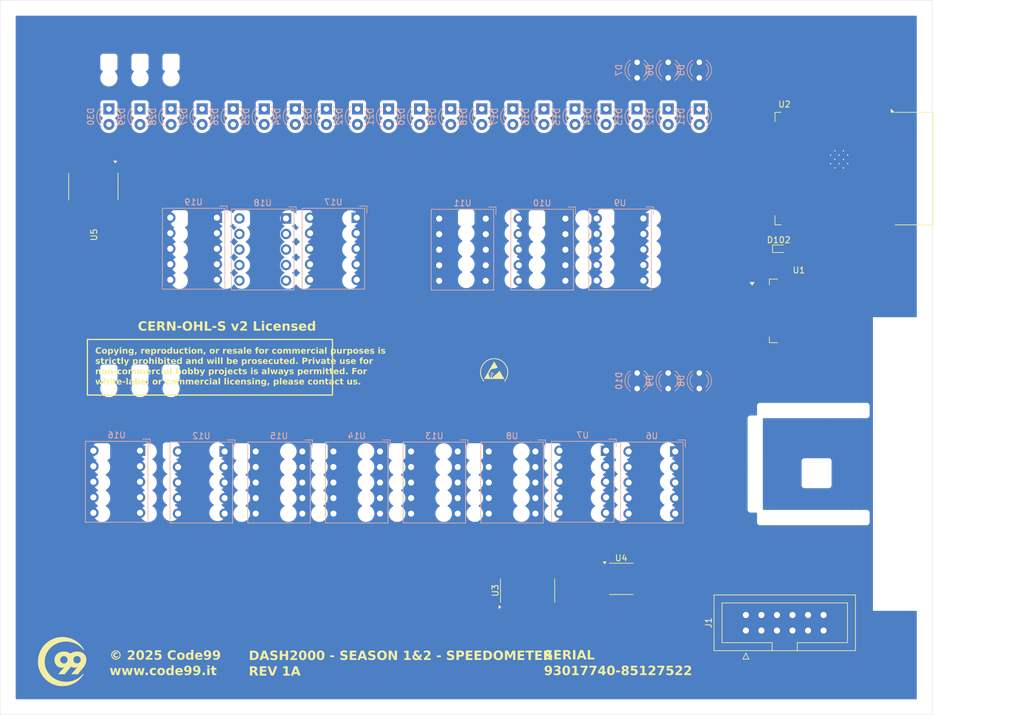
<source format=kicad_pcb>
(kicad_pcb (version 20241229) (generator "pcbnew") (generator_version "9.0")
  (layers (0 "F.Cu" signal) (2 "B.Cu" signal) (13 "F.Paste" user) (15 "B.Paste" user) (5 "F.SilkS" user "F.Silkscreen") (7 "B.SilkS" user "B.Silkscreen") (1 "F.Mask" user) (3 "B.Mask" user) (25 "Edge.Cuts" user))
  (net 0 "")
  (net 7 "Net-(U2-GND-Pad1)")
  (net 64 "GND_POWER_SUPPLY")
  (net 65 "Net-(D1-K)")
  (net 66 "3V3")
  (footprint "RF_Module:ESP32-S3-WROOM-1" (layer "F.Cu") (at 159.94332 60.555083 -90)
    (property "Reference" "U2" (at -10.5 11.4 0) (layer "F.SilkS"))
    (property "Value" "ESP32-S3-WROOM-1")
    (pad "1" smd rect (at -8.75 -5.26 270) (size 1.5 0.9) (layers "F.Cu" "F.Mask" "F.Paste") (net 7 "Net-(U2-GND-Pad1)"))
    (pad "2" smd rect (at -8.75 -3.99 270) (size 1.5 0.9) (layers "F.Cu" "F.Mask" "F.Paste"))
    (pad "3" smd rect (at -8.75 -2.72 270) (size 1.5 0.9) (layers "F.Cu" "F.Mask" "F.Paste"))
    (pad "4" smd rect (at -8.75 -1.45 270) (size 1.5 0.9) (layers "F.Cu" "F.Mask" "F.Paste"))
    (pad "5" smd rect (at -8.75 -0.18 270) (size 1.5 0.9) (layers "F.Cu" "F.Mask" "F.Paste"))
    (pad "6" smd rect (at -8.75 1.09 270) (size 1.5 0.9) (layers "F.Cu" "F.Mask" "F.Paste"))
    (pad "7" smd rect (at -8.75 2.36 270) (size 1.5 0.9) (layers "F.Cu" "F.Mask" "F.Paste"))
    (pad "8" smd rect (at -8.75 3.63 270) (size 1.5 0.9) (layers "F.Cu" "F.Mask" "F.Paste"))
    (pad "9" smd rect (at -8.75 4.9 270) (size 1.5 0.9) (layers "F.Cu" "F.Mask" "F.Paste"))
    (pad "10" smd rect (at -8.75 6.17 270) (size 1.5 0.9) (layers "F.Cu" "F.Mask" "F.Paste"))
    (pad "11" smd rect (at -8.75 7.44 270) (size 1.5 0.9) (layers "F.Cu" "F.Mask" "F.Paste"))
    (pad "12" smd rect (at -8.75 8.71 270) (size 1.5 0.9) (layers "F.Cu" "F.Mask" "F.Paste"))
    (pad "13" smd rect (at -8.75 9.98 270) (size 1.5 0.9) (layers "F.Cu" "F.Mask" "F.Paste"))
    (pad "14" smd rect (at -8.75 11.25 90) (size 1.5 0.9) (layers "F.Cu" "F.Mask" "F.Paste"))
    (pad "15" smd rect (at -6.985 12.5 180) (size 1.5 0.9) (layers "F.Cu" "F.Mask" "F.Paste"))
    (pad "16" smd rect (at -5.715 12.5 180) (size 1.5 0.9) (layers "F.Cu" "F.Mask" "F.Paste"))
    (pad "17" smd rect (at -4.445 12.5 180) (size 1.5 0.9) (layers "F.Cu" "F.Mask" "F.Paste"))
    (pad "18" smd rect (at -3.175 12.5 180) (size 1.5 0.9) (layers "F.Cu" "F.Mask" "F.Paste"))
    (pad "19" smd rect (at -1.905 12.5 180) (size 1.5 0.9) (layers "F.Cu" "F.Mask" "F.Paste"))
    (pad "20" smd rect (at -0.635 12.5 180) (size 1.5 0.9) (layers "F.Cu" "F.Mask" "F.Paste"))
    (pad "21" smd rect (at 0.635 12.5 180) (size 1.5 0.9) (layers "F.Cu" "F.Mask" "F.Paste"))
    (pad "22" smd rect (at 1.905 12.5 180) (size 1.5 0.9) (layers "F.Cu" "F.Mask" "F.Paste"))
    (pad "23" smd rect (at 3.175 12.5 180) (size 1.5 0.9) (layers "F.Cu" "F.Mask" "F.Paste"))
    (pad "24" smd rect (at 4.445 12.5 180) (size 1.5 0.9) (layers "F.Cu" "F.Mask" "F.Paste"))
    (pad "25" smd rect (at 5.715 12.5 180) (size 1.5 0.9) (layers "F.Cu" "F.Mask" "F.Paste"))
    (pad "26" smd rect (at 6.985 12.5 180) (size 1.5 0.9) (layers "F.Cu" "F.Mask" "F.Paste"))
    (pad "27" smd rect (at 8.75 11.25 270) (size 1.5 0.9) (layers "F.Cu" "F.Mask" "F.Paste"))
    (pad "28" smd rect (at 8.75 9.98 270) (size 1.5 0.9) (layers "F.Cu" "F.Mask" "F.Paste"))
    (pad "29" smd rect (at 8.75 8.71 270) (size 1.5 0.9) (layers "F.Cu" "F.Mask" "F.Paste"))
    (pad "30" smd rect (at 8.75 7.44 270) (size 1.5 0.9) (layers "F.Cu" "F.Mask" "F.Paste"))
    (pad "31" smd rect (at 8.75 6.17 270) (size 1.5 0.9) (layers "F.Cu" "F.Mask" "F.Paste"))
    (pad "32" smd rect (at 8.75 4.9 270) (size 1.5 0.9) (layers "F.Cu" "F.Mask" "F.Paste"))
    (pad "33" smd rect (at 8.75 3.63 270) (size 1.5 0.9) (layers "F.Cu" "F.Mask" "F.Paste"))
    (pad "34" smd rect (at 8.75 2.36 270) (size 1.5 0.9) (layers "F.Cu" "F.Mask" "F.Paste"))
    (pad "35" smd rect (at 8.75 1.09 270) (size 1.5 0.9) (layers "F.Cu" "F.Mask" "F.Paste"))
    (pad "36" smd rect (at 8.75 -0.18 270) (size 1.5 0.9) (layers "F.Cu" "F.Mask" "F.Paste"))
    (pad "37" smd rect (at 8.75 -1.45 270) (size 1.5 0.9) (layers "F.Cu" "F.Mask" "F.Paste"))
    (pad "38" smd rect (at 8.75 -2.72 270) (size 1.5 0.9) (layers "F.Cu" "F.Mask" "F.Paste"))
    (pad "39" smd rect (at 8.75 -3.99 270) (size 1.5 0.9) (layers "F.Cu" "F.Mask" "F.Paste"))
    (pad "40" smd rect (at 8.75 -5.26 270) (size 1.5 0.9) (layers "F.Cu" "F.Mask" "F.Paste") (net 7 "Net-(U2-GND-Pad1)"))
    (pad "41" thru_hole circle (at -2.9 1.76) (size 0.6 0.6) (drill 0.2) (property pad_prop_heatsink) (layers "*.Cu" "F.Mask") (net 7 "Net-(U2-GND-Pad1)"))
    (pad "41" thru_hole circle (at -2.9 3.16 270) (size 0.6 0.6) (drill 0.2) (property pad_prop_heatsink) (layers "*.Cu" "F.Mask") (net 7 "Net-(U2-GND-Pad1)"))
    (pad "41" thru_hole circle (at -2.2 1.06 270) (size 0.6 0.6) (drill 0.2) (property pad_prop_heatsink) (layers "*.Cu" "F.Mask") (net 7 "Net-(U2-GND-Pad1)"))
    (pad "41" thru_hole circle (at -2.2 2.46 270) (size 0.6 0.6) (drill 0.2) (property pad_prop_heatsink) (layers "*.Cu" "F.Mask") (net 7 "Net-(U2-GND-Pad1)"))
    (pad "41" thru_hole circle (at -2.2 3.86 270) (size 0.6 0.6) (drill 0.2) (property pad_prop_heatsink) (layers "*.Cu" "F.Mask") (net 7 "Net-(U2-GND-Pad1)"))
    (pad "41" thru_hole circle (at -1.5 1.76 270) (size 0.6 0.6) (drill 0.2) (property pad_prop_heatsink) (layers "*.Cu" "F.Mask") (net 7 "Net-(U2-GND-Pad1)"))
    (pad "41" smd rect (at -1.5 2.46 180) (size 3.9 3.9) (property pad_prop_heatsink) (layers "F.Cu" "F.Mask") (net 7 "Net-(U2-GND-Pad1)"))
    (pad "41" thru_hole circle (at -1.5 3.16 270) (size 0.6 0.6) (drill 0.2) (property pad_prop_heatsink) (layers "*.Cu" "F.Mask") (net 7 "Net-(U2-GND-Pad1)"))
    (pad "41" thru_hole circle (at -0.8 1.06 270) (size 0.6 0.6) (drill 0.2) (property pad_prop_heatsink) (layers "*.Cu" "F.Mask") (net 7 "Net-(U2-GND-Pad1)"))
    (pad "41" thru_hole circle (at -0.8 2.46 270) (size 0.6 0.6) (drill 0.2) (property pad_prop_heatsink) (layers "*.Cu" "F.Mask") (net 7 "Net-(U2-GND-Pad1)"))
    (pad "41" thru_hole circle (at -0.8 3.86 270) (size 0.6 0.6) (drill 0.2) (property pad_prop_heatsink) (layers "*.Cu" "F.Mask") (net 7 "Net-(U2-GND-Pad1)"))
    (pad "41" thru_hole circle (at -0.1 1.76 270) (size 0.6 0.6) (drill 0.2) (property pad_prop_heatsink) (layers "*.Cu" "F.Mask") (net 7 "Net-(U2-GND-Pad1)"))
    (pad "41" thru_hole circle (at -0.1 3.16 270) (size 0.6 0.6) (drill 0.2) (property pad_prop_heatsink) (layers "*.Cu" "F.Mask") (net 7 "Net-(U2-GND-Pad1)"))
    (zone (net 0) (net_name "") (layers "F.Cu" "B.Cu") (connect_pads (clearance 0)) (min_thickness 0.254)
      (keepout (tracks not_allowed) (vias not_allowed) (pads not_allowed) (copperpour not_allowed) (footprints not_allowed))
      (fill (thermal_gap 0.508) (thermal_bridge_width 0.508))
      (polygon (pts (xy 166.69332 36.555083) (xy 166.69332 84.555083) (xy 187.69332 84.555083) (xy 187.69332 36.555083)))
    )
  )
  (footprint "Diode_SMD:Nexperia_DSN1608-2_1.6x0.8mm" (layer "F.Cu") (at 147.605 73.66)
    (property "Reference" "D102" (at 0 -1.43 0) (layer "F.SilkS"))
    (property "Value" "3,6A/30V")
    (pad "1" smd roundrect (at -0.285 0) (size 0.93 0.7) (layers "F.Cu" "F.Mask" "F.Paste") (roundrect_rratio 0.1071428571) (net 65 "Net-(D1-K)"))
    (pad "2" smd roundrect (at 0.6 0) (size 0.3 0.7) (layers "F.Cu" "F.Mask" "F.Paste") (net 64 "GND_POWER_SUPPLY"))
  )
  (footprint "Package_SO:SOIC-14_3.9x8.7mm_P1.27mm" (layer "F.Cu") (at 106.55 129.54 90)
    (property "Reference" "U3" (at 0 -5.28 90) (layer "F.SilkS"))
    (property "Value" "MCP2517FD-xSL")
    (pad "1" smd roundrect (at -2.475 -3.81 90) (size 1.95 0.6) (layers "F.Cu" "F.Mask" "F.Paste"))
    (pad "2" smd roundrect (at -2.475 -2.54 90) (size 1.95 0.6) (layers "F.Cu" "F.Mask" "F.Paste"))
    (pad "3" smd roundrect (at -2.475 -1.27 90) (size 1.95 0.6) (layers "F.Cu" "F.Mask" "F.Paste"))
    (pad "4" smd roundrect (at -2.475 0 90) (size 1.95 0.6) (layers "F.Cu" "F.Mask" "F.Paste"))
    (pad "5" smd roundrect (at -2.475 1.27 90) (size 1.95 0.6) (layers "F.Cu" "F.Mask" "F.Paste"))
    (pad "6" smd roundrect (at -2.475 2.54 90) (size 1.95 0.6) (layers "F.Cu" "F.Mask" "F.Paste"))
    (pad "7" smd roundrect (at -2.475 3.81 90) (size 1.95 0.6) (layers "F.Cu" "F.Mask" "F.Paste"))
    (pad "8" smd roundrect (at 2.475 3.81 90) (size 1.95 0.6) (layers "F.Cu" "F.Mask" "F.Paste"))
    (pad "9" smd roundrect (at 2.475 2.54 90) (size 1.95 0.6) (layers "F.Cu" "F.Mask" "F.Paste"))
    (pad "10" smd roundrect (at 2.475 1.27 90) (size 1.95 0.6) (layers "F.Cu" "F.Mask" "F.Paste"))
    (pad "11" smd roundrect (at 2.475 0 90) (size 1.95 0.6) (layers "F.Cu" "F.Mask" "F.Paste"))
    (pad "12" smd roundrect (at 2.475 -1.27 90) (size 1.95 0.6) (layers "F.Cu" "F.Mask" "F.Paste"))
    (pad "13" smd roundrect (at 2.475 -2.54 90) (size 1.95 0.6) (layers "F.Cu" "F.Mask" "F.Paste"))
    (pad "14" smd roundrect (at 2.475 -3.81 90) (size 1.95 0.6) (layers "F.Cu" "F.Mask" "F.Paste"))
  )
  (footprint "Package_SO:SOIC-8_3.9x4.9mm_P1.27mm" (layer "F.Cu") (at 121.855 127.635)
    (property "Reference" "U4" (at 0 -3.4 0) (layer "F.SilkS"))
    (property "Value" "SN65HVD230")
    (pad "1" smd roundrect (at -2.475 -1.905) (size 1.95 0.6) (layers "F.Cu" "F.Mask" "F.Paste"))
    (pad "2" smd roundrect (at -2.475 -0.635) (size 1.95 0.6) (layers "F.Cu" "F.Mask" "F.Paste"))
    (pad "3" smd roundrect (at -2.475 0.635) (size 1.95 0.6) (layers "F.Cu" "F.Mask" "F.Paste"))
    (pad "4" smd roundrect (at -2.475 1.905) (size 1.95 0.6) (layers "F.Cu" "F.Mask" "F.Paste"))
    (pad "5" smd roundrect (at 2.475 1.905) (size 1.95 0.6) (layers "F.Cu" "F.Mask" "F.Paste"))
    (pad "6" smd roundrect (at 2.475 0.635) (size 1.95 0.6) (layers "F.Cu" "F.Mask" "F.Paste"))
    (pad "7" smd roundrect (at 2.475 -0.635) (size 1.95 0.6) (layers "F.Cu" "F.Mask" "F.Paste"))
    (pad "8" smd roundrect (at 2.475 -1.905) (size 1.95 0.6) (layers "F.Cu" "F.Mask" "F.Paste"))
  )
  (footprint "Package_SO:TSSOP-24_4.4x7.8mm_P0.65mm" (layer "F.Cu") (at 35.56 63.5 -90)
    (property "Reference" "U5" (at 7.88 -0.1 90) (layer "F.SilkS"))
    (property "Value" "LED1642GWTTR")
    (pad "1" smd roundrect (at -2.8625 -3.575 270) (size 1.475 0.4) (layers "F.Cu" "F.Mask" "F.Paste"))
    (pad "2" smd roundrect (at -2.8625 -2.925 270) (size 1.475 0.4) (layers "F.Cu" "F.Mask" "F.Paste"))
    (pad "3" smd roundrect (at -2.8625 -2.275 270) (size 1.475 0.4) (layers "F.Cu" "F.Mask" "F.Paste"))
    (pad "4" smd roundrect (at -2.8625 -1.625 270) (size 1.475 0.4) (layers "F.Cu" "F.Mask" "F.Paste"))
    (pad "5" smd roundrect (at -2.8625 -0.975 270) (size 1.475 0.4) (layers "F.Cu" "F.Mask" "F.Paste"))
    (pad "6" smd roundrect (at -2.8625 -0.325 270) (size 1.475 0.4) (layers "F.Cu" "F.Mask" "F.Paste"))
    (pad "7" smd roundrect (at -2.8625 0.325 270) (size 1.475 0.4) (layers "F.Cu" "F.Mask" "F.Paste"))
    (pad "8" smd roundrect (at -2.8625 0.975 270) (size 1.475 0.4) (layers "F.Cu" "F.Mask" "F.Paste"))
    (pad "9" smd roundrect (at -2.8625 1.625 270) (size 1.475 0.4) (layers "F.Cu" "F.Mask" "F.Paste"))
    (pad "10" smd roundrect (at -2.8625 2.275 270) (size 1.475 0.4) (layers "F.Cu" "F.Mask" "F.Paste"))
    (pad "11" smd roundrect (at -2.8625 2.925 270) (size 1.475 0.4) (layers "F.Cu" "F.Mask" "F.Paste"))
    (pad "12" smd roundrect (at -2.8625 3.575 270) (size 1.475 0.4) (layers "F.Cu" "F.Mask" "F.Paste"))
    (pad "13" smd roundrect (at 2.8625 3.575 270) (size 1.475 0.4) (layers "F.Cu" "F.Mask" "F.Paste"))
    (pad "14" smd roundrect (at 2.8625 2.925 270) (size 1.475 0.4) (layers "F.Cu" "F.Mask" "F.Paste"))
    (pad "15" smd roundrect (at 2.8625 2.275 270) (size 1.475 0.4) (layers "F.Cu" "F.Mask" "F.Paste"))
    (pad "16" smd roundrect (at 2.8625 1.625 270) (size 1.475 0.4) (layers "F.Cu" "F.Mask" "F.Paste"))
    (pad "17" smd roundrect (at 2.8625 0.975 270) (size 1.475 0.4) (layers "F.Cu" "F.Mask" "F.Paste"))
    (pad "18" smd roundrect (at 2.8625 0.325 270) (size 1.475 0.4) (layers "F.Cu" "F.Mask" "F.Paste"))
    (pad "19" smd roundrect (at 2.8625 -0.325 270) (size 1.475 0.4) (layers "F.Cu" "F.Mask" "F.Paste"))
    (pad "20" smd roundrect (at 2.8625 -0.975 270) (size 1.475 0.4) (layers "F.Cu" "F.Mask" "F.Paste"))
    (pad "21" smd roundrect (at 2.8625 -1.625 270) (size 1.475 0.4) (layers "F.Cu" "F.Mask" "F.Paste"))
    (pad "22" smd roundrect (at 2.8625 -2.275 270) (size 1.475 0.4) (layers "F.Cu" "F.Mask" "F.Paste"))
    (pad "23" smd roundrect (at 2.8625 -2.925 270) (size 1.475 0.4) (layers "F.Cu" "F.Mask" "F.Paste"))
    (pad "24" smd roundrect (at 2.8625 -3.575 270) (size 1.475 0.4) (layers "F.Cu" "F.Mask" "F.Paste"))
  )
  (footprint "Package_TO_SOT_SMD:TO-263-5_TabPin3" (layer "F.Cu") (at 150.9 83.82)
    (property "Reference" "U1" (at 0 -6.65 0) (layer "F.SilkS"))
    (property "Value" "LM2576HVS-3.3")
    (pad "1" smd roundrect (at -7.65 -3.4) (size 4.6 1.1) (layers "F.Cu" "F.Mask" "F.Paste") (roundrect_rratio 0.227273) (net 65 "Net-(D1-K)"))
    (pad "2" smd roundrect (at -7.65 -1.7) (size 4.6 1.1) (layers "F.Cu" "F.Mask" "F.Paste") (roundrect_rratio 0.227273) (net 66 "3V3"))
    (pad "3" smd roundrect (at -7.65 0) (size 4.6 1.1) (layers "F.Cu" "F.Mask" "F.Paste") (roundrect_rratio 0.227273) (net 64 "GND_POWER_SUPPLY"))
    (pad "3" smd roundrect (at 1.5 0) (size 9.4 10.8) (layers "F.Cu" "F.Mask") (roundrect_rratio 0.026596) (net 64 "GND_POWER_SUPPLY"))
    (pad "4" smd roundrect (at -7.65 1.7) (size 4.6 1.1) (layers "F.Cu" "F.Mask" "F.Paste") (roundrect_rratio 0.227273))
    (pad "5" smd roundrect (at -7.65 3.4) (size 4.6 1.1) (layers "F.Cu" "F.Mask" "F.Paste") (roundrect_rratio 0.227273))
  )
  (footprint "Connector_IDC:IDC-Header_2x06_P2.54mm_Vertical" (layer "F.Cu") (at 142.24 136.08097 90)
    (property "Reference" "J1" (at 1.27 -6.1 90) (layer "F.SilkS"))
    (property "Value" "Conn_02x06_Top_Bottom")
    (pad "1" thru_hole roundrect (at 0 0 90) (size 1.7 1.7) (drill 1) (layers "*.Cu" "*.Mask") (roundrect_rratio 0.147059))
    (pad "2" thru_hole circle (at 2.54 0 90) (size 1.7 1.7) (drill 1) (layers "*.Cu" "*.Mask"))
    (pad "3" thru_hole circle (at 0 2.54 90) (size 1.7 1.7) (drill 1) (layers "*.Cu" "*.Mask"))
    (pad "4" thru_hole circle (at 2.54 2.54 90) (size 1.7 1.7) (drill 1) (layers "*.Cu" "*.Mask"))
    (pad "5" thru_hole circle (at 0 5.08 90) (size 1.7 1.7) (drill 1) (layers "*.Cu" "*.Mask"))
    (pad "6" thru_hole circle (at 2.54 5.08 90) (size 1.7 1.7) (drill 1) (layers "*.Cu" "*.Mask"))
    (pad "7" thru_hole circle (at 0 7.62 90) (size 1.7 1.7) (drill 1) (layers "*.Cu" "*.Mask"))
    (pad "8" thru_hole circle (at 2.54 7.62 90) (size 1.7 1.7) (drill 1) (layers "*.Cu" "*.Mask"))
    (pad "9" thru_hole circle (at 0 10.16 90) (size 1.7 1.7) (drill 1) (layers "*.Cu" "*.Mask"))
    (pad "10" thru_hole circle (at 2.54 10.16 90) (size 1.7 1.7) (drill 1) (layers "*.Cu" "*.Mask"))
    (pad "11" thru_hole circle (at 0 12.7 90) (size 1.7 1.7) (drill 1) (layers "*.Cu" "*.Mask"))
    (pad "12" thru_hole circle (at 2.54 12.7 90) (size 1.7 1.7) (drill 1) (layers "*.Cu" "*.Mask"))
  )
  (footprint "LED_THT:LED_D3.0mm" (layer "B.Cu") (at 93.98 50.8 -90)
    (property "Reference" "D19" (at 1.27 2.96 90) (layer "B.SilkS") (effects (justify mirror)))
    (property "Value" "LED")
    (pad "1" thru_hole rect (at 0 0 270) (size 1.8 1.8) (drill 0.9) (layers "*.Cu" "*.Mask"))
    (pad "2" thru_hole circle (at 2.54 0 270) (size 1.8 1.8) (drill 0.9) (layers "*.Cu" "*.Mask"))
  )
  (footprint "LED_THT:LED_D3.0mm" (layer "B.Cu") (at 43.18 50.8 -90)
    (property "Reference" "D29" (at 1.27 2.96 90) (layer "B.SilkS") (effects (justify mirror)))
    (property "Value" "LED")
    (pad "1" thru_hole rect (at 0 0 270) (size 1.8 1.8) (drill 0.9) (layers "*.Cu" "*.Mask"))
    (pad "2" thru_hole circle (at 2.54 0 270) (size 1.8 1.8) (drill 0.9) (layers "*.Cu" "*.Mask"))
  )
  (footprint "LED_THT:LED_D3.0mm" (layer "B.Cu") (at 38.1 50.8 -90)
    (property "Reference" "D30" (at 1.27 2.96 90) (layer "B.SilkS") (effects (justify mirror)))
    (property "Value" "LED")
    (pad "1" thru_hole rect (at 0 0 270) (size 1.8 1.8) (drill 0.9) (layers "*.Cu" "*.Mask"))
    (pad "2" thru_hole circle (at 2.54 0 270) (size 1.8 1.8) (drill 0.9) (layers "*.Cu" "*.Mask"))
  )
  (footprint "LED_THT:LED_D3.0mm" (layer "B.Cu") (at 83.82 50.8 -90)
    (property "Reference" "D21" (at 1.27 2.96 90) (layer "B.SilkS") (effects (justify mirror)))
    (property "Value" "LED")
    (pad "1" thru_hole rect (at 0 0 270) (size 1.8 1.8) (drill 0.9) (layers "*.Cu" "*.Mask"))
    (pad "2" thru_hole circle (at 2.54 0 270) (size 1.8 1.8) (drill 0.9) (layers "*.Cu" "*.Mask"))
  )
  (footprint "LED_THT:LED_D3.0mm" (layer "B.Cu") (at 134.62 50.8 -90)
    (property "Reference" "D11" (at 1.27 2.96 90) (layer "B.SilkS") (effects (justify mirror)))
    (property "Value" "LED")
    (pad "1" thru_hole rect (at 0 0 270) (size 1.8 1.8) (drill 0.9) (layers "*.Cu" "*.Mask"))
    (pad "2" thru_hole circle (at 2.54 0 270) (size 1.8 1.8) (drill 0.9) (layers "*.Cu" "*.Mask"))
  )
  (footprint "Display_7Segment:Sx39-1xxxxx" (layer "B.Cu") (at 82.4225 106.8075 180)
    (property "Reference" "U14" (at 3.81 2.54 0) (layer "B.SilkS") (effects (justify mirror)))
    (property "Value" "SA39-11SRWA")
    (pad "1" thru_hole rect (at 0 0 180) (size 1.7 1.7) (drill 1) (layers "*.Cu" "*.Mask"))
    (pad "2" thru_hole circle (at 0 -2.54 180) (size 1.7 1.7) (drill 1) (layers "*.Cu" "*.Mask"))
    (pad "3" thru_hole circle (at 0 -5.08 180) (size 1.7 1.7) (drill 1) (layers "*.Cu" "*.Mask"))
    (pad "4" thru_hole circle (at 0 -7.62 180) (size 1.7 1.7) (drill 1) (layers "*.Cu" "*.Mask"))
    (pad "5" thru_hole circle (at 0 -10.16 180) (size 1.7 1.7) (drill 1) (layers "*.Cu" "*.Mask"))
    (pad "6" thru_hole circle (at 7.62 -10.16 180) (size 1.7 1.7) (drill 1) (layers "*.Cu" "*.Mask"))
    (pad "7" thru_hole circle (at 7.62 -7.62 180) (size 1.7 1.7) (drill 1) (layers "*.Cu" "*.Mask"))
    (pad "8" thru_hole circle (at 7.62 -5.08 180) (size 1.7 1.7) (drill 1) (layers "*.Cu" "*.Mask"))
    (pad "9" thru_hole circle (at 7.62 -2.54 180) (size 1.7 1.7) (drill 1) (layers "*.Cu" "*.Mask"))
    (pad "10" thru_hole circle (at 7.62 0 180) (size 1.7 1.7) (drill 1) (layers "*.Cu" "*.Mask"))
  )
  (footprint "LED_THT:LED_D3.0mm" (layer "B.Cu") (at 88.9 50.8 -90)
    (property "Reference" "D20" (at 1.27 2.96 90) (layer "B.SilkS") (effects (justify mirror)))
    (property "Value" "LED")
    (pad "1" thru_hole rect (at 0 0 270) (size 1.8 1.8) (drill 0.9) (layers "*.Cu" "*.Mask"))
    (pad "2" thru_hole circle (at 2.54 0 270) (size 1.8 1.8) (drill 0.9) (layers "*.Cu" "*.Mask"))
  )
  (footprint "LED_THT:LED_D3.0mm" (layer "B.Cu") (at 63.5 50.8 -90)
    (property "Reference" "D25" (at 1.27 2.96 90) (layer "B.SilkS") (effects (justify mirror)))
    (property "Value" "LED")
    (pad "1" thru_hole rect (at 0 0 270) (size 1.8 1.8) (drill 0.9) (layers "*.Cu" "*.Mask"))
    (pad "2" thru_hole circle (at 2.54 0 270) (size 1.8 1.8) (drill 0.9) (layers "*.Cu" "*.Mask"))
  )
  (footprint "LED_THT:LED_D3.0mm" (layer "B.Cu") (at 68.58 50.8 -90)
    (property "Reference" "D24" (at 1.27 2.96 90) (layer "B.SilkS") (effects (justify mirror)))
    (property "Value" "LED")
    (pad "1" thru_hole rect (at 0 0 270) (size 1.8 1.8) (drill 0.9) (layers "*.Cu" "*.Mask"))
    (pad "2" thru_hole circle (at 2.54 0 270) (size 1.8 1.8) (drill 0.9) (layers "*.Cu" "*.Mask"))
  )
  (footprint "Display_7Segment:Sx39-1xxxxx" (layer "B.Cu") (at 55.752738 68.58 180)
    (property "Reference" "U19" (at 3.81 2.54 0) (layer "B.SilkS") (effects (justify mirror)))
    (property "Value" "SA39-11SRWA")
    (pad "1" thru_hole rect (at 0 0 180) (size 1.7 1.7) (drill 1) (layers "*.Cu" "*.Mask"))
    (pad "2" thru_hole circle (at 0 -2.54 180) (size 1.7 1.7) (drill 1) (layers "*.Cu" "*.Mask"))
    (pad "3" thru_hole circle (at 0 -5.08 180) (size 1.7 1.7) (drill 1) (layers "*.Cu" "*.Mask"))
    (pad "4" thru_hole circle (at 0 -7.62 180) (size 1.7 1.7) (drill 1) (layers "*.Cu" "*.Mask"))
    (pad "5" thru_hole circle (at 0 -10.16 180) (size 1.7 1.7) (drill 1) (layers "*.Cu" "*.Mask"))
    (pad "6" thru_hole circle (at 7.62 -10.16 180) (size 1.7 1.7) (drill 1) (layers "*.Cu" "*.Mask"))
    (pad "7" thru_hole circle (at 7.62 -7.62 180) (size 1.7 1.7) (drill 1) (layers "*.Cu" "*.Mask"))
    (pad "8" thru_hole circle (at 7.62 -5.08 180) (size 1.7 1.7) (drill 1) (layers "*.Cu" "*.Mask"))
    (pad "9" thru_hole circle (at 7.62 -2.54 180) (size 1.7 1.7) (drill 1) (layers "*.Cu" "*.Mask"))
    (pad "10" thru_hole circle (at 7.62 0 180) (size 1.7 1.7) (drill 1) (layers "*.Cu" "*.Mask"))
  )
  (footprint "LED_THT:LED_D3.0mm" (layer "B.Cu") (at 73.66 50.8 -90)
    (property "Reference" "D23" (at 1.27 2.96 90) (layer "B.SilkS") (effects (justify mirror)))
    (property "Value" "LED")
    (pad "1" thru_hole rect (at 0 0 270) (size 1.8 1.8) (drill 0.9) (layers "*.Cu" "*.Mask"))
    (pad "2" thru_hole circle (at 2.54 0 270) (size 1.8 1.8) (drill 0.9) (layers "*.Cu" "*.Mask"))
  )
  (footprint "LED_THT:LED_D3.0mm" (layer "B.Cu") (at 48.26 50.8 -90)
    (property "Reference" "D28" (at 1.27 2.96 90) (layer "B.SilkS") (effects (justify mirror)))
    (property "Value" "LED")
    (pad "1" thru_hole rect (at 0 0 270) (size 1.8 1.8) (drill 0.9) (layers "*.Cu" "*.Mask"))
    (pad "2" thru_hole circle (at 2.54 0 270) (size 1.8 1.8) (drill 0.9) (layers "*.Cu" "*.Mask"))
  )
  (footprint "LED_THT:LED_D3.0mm" (layer "B.Cu") (at 129.54 43.18 -90)
    (property "Reference" "D6" (at 1.27 2.96 90) (layer "B.SilkS") (effects (justify mirror)))
    (property "Value" "LED")
    (pad "1" thru_hole rect (at 0 0 270) (size 1.8 1.8) (drill 0.9) (layers "*.Cu" "*.Mask"))
    (pad "2" thru_hole circle (at 2.54 0 270) (size 1.8 1.8) (drill 0.9) (layers "*.Cu" "*.Mask"))
  )
  (footprint "LED_THT:LED_D3.0mm" (layer "B.Cu") (at 53.34 50.8 -90)
    (property "Reference" "D27" (at 1.27 2.96 90) (layer "B.SilkS") (effects (justify mirror)))
    (property "Value" "LED")
    (pad "1" thru_hole rect (at 0 0 270) (size 1.8 1.8) (drill 0.9) (layers "*.Cu" "*.Mask"))
    (pad "2" thru_hole circle (at 2.54 0 270) (size 1.8 1.8) (drill 0.9) (layers "*.Cu" "*.Mask"))
  )
  (footprint "LED_THT:LED_D3.0mm" (layer "B.Cu") (at 58.42 50.8 -90)
    (property "Reference" "D26" (at 1.27 2.96 90) (layer "B.SilkS") (effects (justify mirror)))
    (property "Value" "LED")
    (pad "1" thru_hole rect (at 0 0 270) (size 1.8 1.8) (drill 0.9) (layers "*.Cu" "*.Mask"))
    (pad "2" thru_hole circle (at 2.54 0 270) (size 1.8 1.8) (drill 0.9) (layers "*.Cu" "*.Mask"))
  )
  (footprint "LED_THT:LED_D3.0mm" (layer "B.Cu") (at 99.06 50.8 -90)
    (property "Reference" "D18" (at 1.27 2.96 90) (layer "B.SilkS") (effects (justify mirror)))
    (property "Value" "LED")
    (pad "1" thru_hole rect (at 0 0 270) (size 1.8 1.8) (drill 0.9) (layers "*.Cu" "*.Mask"))
    (pad "2" thru_hole circle (at 2.54 0 270) (size 1.8 1.8) (drill 0.9) (layers "*.Cu" "*.Mask"))
  )
  (footprint "Display_7Segment:Sx39-1xxxxx" (layer "B.Cu") (at 69.7225 106.8075 180)
    (property "Reference" "U15" (at 3.81 2.54 0) (layer "B.SilkS") (effects (justify mirror)))
    (property "Value" "SA39-11SRWA")
    (pad "1" thru_hole rect (at 0 0 180) (size 1.7 1.7) (drill 1) (layers "*.Cu" "*.Mask"))
    (pad "2" thru_hole circle (at 0 -2.54 180) (size 1.7 1.7) (drill 1) (layers "*.Cu" "*.Mask"))
    (pad "3" thru_hole circle (at 0 -5.08 180) (size 1.7 1.7) (drill 1) (layers "*.Cu" "*.Mask"))
    (pad "4" thru_hole circle (at 0 -7.62 180) (size 1.7 1.7) (drill 1) (layers "*.Cu" "*.Mask"))
    (pad "5" thru_hole circle (at 0 -10.16 180) (size 1.7 1.7) (drill 1) (layers "*.Cu" "*.Mask"))
    (pad "6" thru_hole circle (at 7.62 -10.16 180) (size 1.7 1.7) (drill 1) (layers "*.Cu" "*.Mask"))
    (pad "7" thru_hole circle (at 7.62 -7.62 180) (size 1.7 1.7) (drill 1) (layers "*.Cu" "*.Mask"))
    (pad "8" thru_hole circle (at 7.62 -5.08 180) (size 1.7 1.7) (drill 1) (layers "*.Cu" "*.Mask"))
    (pad "9" thru_hole circle (at 7.62 -2.54 180) (size 1.7 1.7) (drill 1) (layers "*.Cu" "*.Mask"))
    (pad "10" thru_hole circle (at 7.62 0 180) (size 1.7 1.7) (drill 1) (layers "*.Cu" "*.Mask"))
  )
  (footprint "Display_7Segment:Sx39-1xxxxx" (layer "B.Cu") (at 112.730555 68.737395 180)
    (property "Reference" "U10" (at 3.81 2.54 0) (layer "B.SilkS") (effects (justify mirror)))
    (property "Value" "SA39-11SRWA")
    (pad "1" thru_hole rect (at 0 0 180) (size 1.7 1.7) (drill 1) (layers "*.Cu" "*.Mask"))
    (pad "2" thru_hole circle (at 0 -2.54 180) (size 1.7 1.7) (drill 1) (layers "*.Cu" "*.Mask"))
    (pad "3" thru_hole circle (at 0 -5.08 180) (size 1.7 1.7) (drill 1) (layers "*.Cu" "*.Mask"))
    (pad "4" thru_hole circle (at 0 -7.62 180) (size 1.7 1.7) (drill 1) (layers "*.Cu" "*.Mask"))
    (pad "5" thru_hole circle (at 0 -10.16 180) (size 1.7 1.7) (drill 1) (layers "*.Cu" "*.Mask"))
    (pad "6" thru_hole circle (at 7.62 -10.16 180) (size 1.7 1.7) (drill 1) (layers "*.Cu" "*.Mask"))
    (pad "7" thru_hole circle (at 7.62 -7.62 180) (size 1.7 1.7) (drill 1) (layers "*.Cu" "*.Mask"))
    (pad "8" thru_hole circle (at 7.62 -5.08 180) (size 1.7 1.7) (drill 1) (layers "*.Cu" "*.Mask"))
    (pad "9" thru_hole circle (at 7.62 -2.54 180) (size 1.7 1.7) (drill 1) (layers "*.Cu" "*.Mask"))
    (pad "10" thru_hole circle (at 7.62 0 180) (size 1.7 1.7) (drill 1) (layers "*.Cu" "*.Mask"))
  )
  (footprint "LED_THT:LED_D3.0mm" (layer "B.Cu") (at 134.62 93.98 -90)
    (property "Reference" "D8" (at 1.27 2.96 90) (layer "B.SilkS") (effects (justify mirror)))
    (property "Value" "LED")
    (pad "1" thru_hole rect (at 0 0 270) (size 1.8 1.8) (drill 0.9) (layers "*.Cu" "*.Mask"))
    (pad "2" thru_hole circle (at 2.54 0 270) (size 1.8 1.8) (drill 0.9) (layers "*.Cu" "*.Mask"))
  )
  (footprint "Display_7Segment:Sx39-1xxxxx" (layer "B.Cu") (at 78.612738 68.58 180)
    (property "Reference" "U17" (at 3.81 2.54 0) (layer "B.SilkS") (effects (justify mirror)))
    (property "Value" "SA39-11SRWA")
    (pad "1" thru_hole rect (at 0 0 180) (size 1.7 1.7) (drill 1) (layers "*.Cu" "*.Mask"))
    (pad "2" thru_hole circle (at 0 -2.54 180) (size 1.7 1.7) (drill 1) (layers "*.Cu" "*.Mask"))
    (pad "3" thru_hole circle (at 0 -5.08 180) (size 1.7 1.7) (drill 1) (layers "*.Cu" "*.Mask"))
    (pad "4" thru_hole circle (at 0 -7.62 180) (size 1.7 1.7) (drill 1) (layers "*.Cu" "*.Mask"))
    (pad "5" thru_hole circle (at 0 -10.16 180) (size 1.7 1.7) (drill 1) (layers "*.Cu" "*.Mask"))
    (pad "6" thru_hole circle (at 7.62 -10.16 180) (size 1.7 1.7) (drill 1) (layers "*.Cu" "*.Mask"))
    (pad "7" thru_hole circle (at 7.62 -7.62 180) (size 1.7 1.7) (drill 1) (layers "*.Cu" "*.Mask"))
    (pad "8" thru_hole circle (at 7.62 -5.08 180) (size 1.7 1.7) (drill 1) (layers "*.Cu" "*.Mask"))
    (pad "9" thru_hole circle (at 7.62 -2.54 180) (size 1.7 1.7) (drill 1) (layers "*.Cu" "*.Mask"))
    (pad "10" thru_hole circle (at 7.62 0 180) (size 1.7 1.7) (drill 1) (layers "*.Cu" "*.Mask"))
  )
  (footprint "LED_THT:LED_D3.0mm" (layer "B.Cu") (at 104.14 50.8 -90)
    (property "Reference" "D17" (at 1.27 2.96 90) (layer "B.SilkS") (effects (justify mirror)))
    (property "Value" "LED")
    (pad "1" thru_hole rect (at 0 0 270) (size 1.8 1.8) (drill 0.9) (layers "*.Cu" "*.Mask"))
    (pad "2" thru_hole circle (at 2.54 0 270) (size 1.8 1.8) (drill 0.9) (layers "*.Cu" "*.Mask"))
  )
  (footprint "LED_THT:LED_D3.0mm" (layer "B.Cu") (at 124.46 43.18 -90)
    (property "Reference" "D7" (at 1.27 2.96 90) (layer "B.SilkS") (effects (justify mirror)))
    (property "Value" "LED")
    (pad "1" thru_hole rect (at 0 0 270) (size 1.8 1.8) (drill 0.9) (layers "*.Cu" "*.Mask"))
    (pad "2" thru_hole circle (at 2.54 0 270) (size 1.8 1.8) (drill 0.9) (layers "*.Cu" "*.Mask"))
  )
  (footprint "LED_THT:LED_D3.0mm" (layer "B.Cu") (at 129.54 50.8 -90)
    (property "Reference" "D12" (at 1.27 2.96 90) (layer "B.SilkS") (effects (justify mirror)))
    (property "Value" "LED")
    (pad "1" thru_hole rect (at 0 0 270) (size 1.8 1.8) (drill 0.9) (layers "*.Cu" "*.Mask"))
    (pad "2" thru_hole circle (at 2.54 0 270) (size 1.8 1.8) (drill 0.9) (layers "*.Cu" "*.Mask"))
  )
  (footprint "Display_7Segment:Sx39-1xxxxx" (layer "B.Cu") (at 119.38 106.68 180)
    (property "Reference" "U7" (at 3.81 2.54 0) (layer "B.SilkS") (effects (justify mirror)))
    (property "Value" "SA39-11SRWA")
    (pad "1" thru_hole rect (at 0 0 180) (size 1.7 1.7) (drill 1) (layers "*.Cu" "*.Mask"))
    (pad "2" thru_hole circle (at 0 -2.54 180) (size 1.7 1.7) (drill 1) (layers "*.Cu" "*.Mask"))
    (pad "3" thru_hole circle (at 0 -5.08 180) (size 1.7 1.7) (drill 1) (layers "*.Cu" "*.Mask"))
    (pad "4" thru_hole circle (at 0 -7.62 180) (size 1.7 1.7) (drill 1) (layers "*.Cu" "*.Mask"))
    (pad "5" thru_hole circle (at 0 -10.16 180) (size 1.7 1.7) (drill 1) (layers "*.Cu" "*.Mask"))
    (pad "6" thru_hole circle (at 7.62 -10.16 180) (size 1.7 1.7) (drill 1) (layers "*.Cu" "*.Mask"))
    (pad "7" thru_hole circle (at 7.62 -7.62 180) (size 1.7 1.7) (drill 1) (layers "*.Cu" "*.Mask"))
    (pad "8" thru_hole circle (at 7.62 -5.08 180) (size 1.7 1.7) (drill 1) (layers "*.Cu" "*.Mask"))
    (pad "9" thru_hole circle (at 7.62 -2.54 180) (size 1.7 1.7) (drill 1) (layers "*.Cu" "*.Mask"))
    (pad "10" thru_hole circle (at 7.62 0 180) (size 1.7 1.7) (drill 1) (layers "*.Cu" "*.Mask"))
  )
  (footprint "Display_7Segment:Sx39-1xxxxx" (layer "B.Cu") (at 67.055238 68.7075 180)
    (property "Reference" "U18" (at 3.81 2.54 0) (layer "B.SilkS") (effects (justify mirror)))
    (property "Value" "SA39-11SRWA")
    (pad "1" thru_hole rect (at 0 0 180) (size 1.7 1.7) (drill 1) (layers "*.Cu" "*.Mask"))
    (pad "2" thru_hole circle (at 0 -2.54 180) (size 1.7 1.7) (drill 1) (layers "*.Cu" "*.Mask"))
    (pad "3" thru_hole circle (at 0 -5.08 180) (size 1.7 1.7) (drill 1) (layers "*.Cu" "*.Mask"))
    (pad "4" thru_hole circle (at 0 -7.62 180) (size 1.7 1.7) (drill 1) (layers "*.Cu" "*.Mask"))
    (pad "5" thru_hole circle (at 0 -10.16 180) (size 1.7 1.7) (drill 1) (layers "*.Cu" "*.Mask"))
    (pad "6" thru_hole circle (at 7.62 -10.16 180) (size 1.7 1.7) (drill 1) (layers "*.Cu" "*.Mask"))
    (pad "7" thru_hole circle (at 7.62 -7.62 180) (size 1.7 1.7) (drill 1) (layers "*.Cu" "*.Mask"))
    (pad "8" thru_hole circle (at 7.62 -5.08 180) (size 1.7 1.7) (drill 1) (layers "*.Cu" "*.Mask"))
    (pad "9" thru_hole circle (at 7.62 -2.54 180) (size 1.7 1.7) (drill 1) (layers "*.Cu" "*.Mask"))
    (pad "10" thru_hole circle (at 7.62 0 180) (size 1.7 1.7) (drill 1) (layers "*.Cu" "*.Mask"))
  )
  (footprint "LED_THT:LED_D3.0mm" (layer "B.Cu") (at 119.38 50.8 -90)
    (property "Reference" "D14" (at 1.27 2.96 90) (layer "B.SilkS") (effects (justify mirror)))
    (property "Value" "LED")
    (pad "1" thru_hole rect (at 0 0 270) (size 1.8 1.8) (drill 0.9) (layers "*.Cu" "*.Mask"))
    (pad "2" thru_hole circle (at 2.54 0 270) (size 1.8 1.8) (drill 0.9) (layers "*.Cu" "*.Mask"))
  )
  (footprint "LED_THT:LED_D3.0mm" (layer "B.Cu") (at 114.3 50.8 -90)
    (property "Reference" "D15" (at 1.27 2.96 90) (layer "B.SilkS") (effects (justify mirror)))
    (property "Value" "LED")
    (pad "1" thru_hole rect (at 0 0 270) (size 1.8 1.8) (drill 0.9) (layers "*.Cu" "*.Mask"))
    (pad "2" thru_hole circle (at 2.54 0 270) (size 1.8 1.8) (drill 0.9) (layers "*.Cu" "*.Mask"))
  )
  (footprint "Display_7Segment:Sx39-1xxxxx" (layer "B.Cu") (at 130.6825 106.8075 180)
    (property "Reference" "U6" (at 3.81 2.54 0) (layer "B.SilkS") (effects (justify mirror)))
    (property "Value" "SA39-11SRWA")
    (pad "1" thru_hole rect (at 0 0 180) (size 1.7 1.7) (drill 1) (layers "*.Cu" "*.Mask"))
    (pad "2" thru_hole circle (at 0 -2.54 180) (size 1.7 1.7) (drill 1) (layers "*.Cu" "*.Mask"))
    (pad "3" thru_hole circle (at 0 -5.08 180) (size 1.7 1.7) (drill 1) (layers "*.Cu" "*.Mask"))
    (pad "4" thru_hole circle (at 0 -7.62 180) (size 1.7 1.7) (drill 1) (layers "*.Cu" "*.Mask"))
    (pad "5" thru_hole circle (at 0 -10.16 180) (size 1.7 1.7) (drill 1) (layers "*.Cu" "*.Mask"))
    (pad "6" thru_hole circle (at 7.62 -10.16 180) (size 1.7 1.7) (drill 1) (layers "*.Cu" "*.Mask"))
    (pad "7" thru_hole circle (at 7.62 -7.62 180) (size 1.7 1.7) (drill 1) (layers "*.Cu" "*.Mask"))
    (pad "8" thru_hole circle (at 7.62 -5.08 180) (size 1.7 1.7) (drill 1) (layers "*.Cu" "*.Mask"))
    (pad "9" thru_hole circle (at 7.62 -2.54 180) (size 1.7 1.7) (drill 1) (layers "*.Cu" "*.Mask"))
    (pad "10" thru_hole circle (at 7.62 0 180) (size 1.7 1.7) (drill 1) (layers "*.Cu" "*.Mask"))
  )
  (footprint "Display_7Segment:Sx39-1xxxxx" (layer "B.Cu") (at 125.475238 68.7075 180)
    (property "Reference" "U9" (at 3.81 2.54 0) (layer "B.SilkS") (effects (justify mirror)))
    (property "Value" "SA39-11SRWA")
    (pad "1" thru_hole rect (at 0 0 180) (size 1.7 1.7) (drill 1) (layers "*.Cu" "*.Mask"))
    (pad "2" thru_hole circle (at 0 -2.54 180) (size 1.7 1.7) (drill 1) (layers "*.Cu" "*.Mask"))
    (pad "3" thru_hole circle (at 0 -5.08 180) (size 1.7 1.7) (drill 1) (layers "*.Cu" "*.Mask"))
    (pad "4" thru_hole circle (at 0 -7.62 180) (size 1.7 1.7) (drill 1) (layers "*.Cu" "*.Mask"))
    (pad "5" thru_hole circle (at 0 -10.16 180) (size 1.7 1.7) (drill 1) (layers "*.Cu" "*.Mask"))
    (pad "6" thru_hole circle (at 7.62 -10.16 180) (size 1.7 1.7) (drill 1) (layers "*.Cu" "*.Mask"))
    (pad "7" thru_hole circle (at 7.62 -7.62 180) (size 1.7 1.7) (drill 1) (layers "*.Cu" "*.Mask"))
    (pad "8" thru_hole circle (at 7.62 -5.08 180) (size 1.7 1.7) (drill 1) (layers "*.Cu" "*.Mask"))
    (pad "9" thru_hole circle (at 7.62 -2.54 180) (size 1.7 1.7) (drill 1) (layers "*.Cu" "*.Mask"))
    (pad "10" thru_hole circle (at 7.62 0 180) (size 1.7 1.7) (drill 1) (layers "*.Cu" "*.Mask"))
  )
  (footprint "LED_THT:LED_D3.0mm" (layer "B.Cu") (at 78.74 50.8 -90)
    (property "Reference" "D22" (at 1.27 2.96 90) (layer "B.SilkS") (effects (justify mirror)))
    (property "Value" "LED")
    (pad "1" thru_hole rect (at 0 0 270) (size 1.8 1.8) (drill 0.9) (layers "*.Cu" "*.Mask"))
    (pad "2" thru_hole circle (at 2.54 0 270) (size 1.8 1.8) (drill 0.9) (layers "*.Cu" "*.Mask"))
  )
  (footprint "Display_7Segment:Sx39-1xxxxx" (layer "B.Cu") (at 95.1225 106.8075 180)
    (property "Reference" "U13" (at 3.81 2.54 0) (layer "B.SilkS") (effects (justify mirror)))
    (property "Value" "SA39-11SRWA")
    (pad "1" thru_hole rect (at 0 0 180) (size 1.7 1.7) (drill 1) (layers "*.Cu" "*.Mask"))
    (pad "2" thru_hole circle (at 0 -2.54 180) (size 1.7 1.7) (drill 1) (layers "*.Cu" "*.Mask"))
    (pad "3" thru_hole circle (at 0 -5.08 180) (size 1.7 1.7) (drill 1) (layers "*.Cu" "*.Mask"))
    (pad "4" thru_hole circle (at 0 -7.62 180) (size 1.7 1.7) (drill 1) (layers "*.Cu" "*.Mask"))
    (pad "5" thru_hole circle (at 0 -10.16 180) (size 1.7 1.7) (drill 1) (layers "*.Cu" "*.Mask"))
    (pad "6" thru_hole circle (at 7.62 -10.16 180) (size 1.7 1.7) (drill 1) (layers "*.Cu" "*.Mask"))
    (pad "7" thru_hole circle (at 7.62 -7.62 180) (size 1.7 1.7) (drill 1) (layers "*.Cu" "*.Mask"))
    (pad "8" thru_hole circle (at 7.62 -5.08 180) (size 1.7 1.7) (drill 1) (layers "*.Cu" "*.Mask"))
    (pad "9" thru_hole circle (at 7.62 -2.54 180) (size 1.7 1.7) (drill 1) (layers "*.Cu" "*.Mask"))
    (pad "10" thru_hole circle (at 7.62 0 180) (size 1.7 1.7) (drill 1) (layers "*.Cu" "*.Mask"))
  )
  (footprint "LED_THT:LED_D3.0mm" (layer "B.Cu") (at 109.22 50.8 -90)
    (property "Reference" "D16" (at 1.27 2.96 90) (layer "B.SilkS") (effects (justify mirror)))
    (property "Value" "LED")
    (pad "1" thru_hole rect (at 0 0 270) (size 1.8 1.8) (drill 0.9) (layers "*.Cu" "*.Mask"))
    (pad "2" thru_hole circle (at 2.54 0 270) (size 1.8 1.8) (drill 0.9) (layers "*.Cu" "*.Mask"))
  )
  (footprint "LED_THT:LED_D3.0mm" (layer "B.Cu") (at 129.54 93.98 -90)
    (property "Reference" "D9" (at 1.27 2.96 90) (layer "B.SilkS") (effects (justify mirror)))
    (property "Value" "LED")
    (pad "1" thru_hole rect (at 0 0 270) (size 1.8 1.8) (drill 0.9) (layers "*.Cu" "*.Mask"))
    (pad "2" thru_hole circle (at 2.54 0 270) (size 1.8 1.8) (drill 0.9) (layers "*.Cu" "*.Mask"))
  )
  (footprint "LED_THT:LED_D3.0mm" (layer "B.Cu") (at 134.62 43.18 -90)
    (property "Reference" "D5" (at 1.27 2.96 90) (layer "B.SilkS") (effects (justify mirror)))
    (property "Value" "LED")
    (pad "1" thru_hole rect (at 0 0 270) (size 1.8 1.8) (drill 0.9) (layers "*.Cu" "*.Mask"))
    (pad "2" thru_hole circle (at 2.54 0 270) (size 1.8 1.8) (drill 0.9) (layers "*.Cu" "*.Mask"))
  )
  (footprint "LED_THT:LED_D3.0mm" (layer "B.Cu") (at 124.46 93.98 -90)
    (property "Reference" "D10" (at 1.27 2.96 90) (layer "B.SilkS") (effects (justify mirror)))
    (property "Value" "LED")
    (pad "1" thru_hole rect (at 0 0 270) (size 1.8 1.8) (drill 0.9) (layers "*.Cu" "*.Mask"))
    (pad "2" thru_hole circle (at 2.54 0 270) (size 1.8 1.8) (drill 0.9) (layers "*.Cu" "*.Mask"))
  )
  (footprint "Display_7Segment:Sx39-1xxxxx" (layer "B.Cu") (at 99.712548 68.742115 180)
    (property "Reference" "U11" (at 3.81 2.54 0) (layer "B.SilkS") (effects (justify mirror)))
    (property "Value" "SA39-11SRWA")
    (pad "1" thru_hole rect (at 0 0 180) (size 1.7 1.7) (drill 1) (layers "*.Cu" "*.Mask"))
    (pad "2" thru_hole circle (at 0 -2.54 180) (size 1.7 1.7) (drill 1) (layers "*.Cu" "*.Mask"))
    (pad "3" thru_hole circle (at 0 -5.08 180) (size 1.7 1.7) (drill 1) (layers "*.Cu" "*.Mask"))
    (pad "4" thru_hole circle (at 0 -7.62 180) (size 1.7 1.7) (drill 1) (layers "*.Cu" "*.Mask"))
    (pad "5" thru_hole circle (at 0 -10.16 180) (size 1.7 1.7) (drill 1) (layers "*.Cu" "*.Mask"))
    (pad "6" thru_hole circle (at 7.62 -10.16 180) (size 1.7 1.7) (drill 1) (layers "*.Cu" "*.Mask"))
    (pad "7" thru_hole circle (at 7.62 -7.62 180) (size 1.7 1.7) (drill 1) (layers "*.Cu" "*.Mask"))
    (pad "8" thru_hole circle (at 7.62 -5.08 180) (size 1.7 1.7) (drill 1) (layers "*.Cu" "*.Mask"))
    (pad "9" thru_hole circle (at 7.62 -2.54 180) (size 1.7 1.7) (drill 1) (layers "*.Cu" "*.Mask"))
    (pad "10" thru_hole circle (at 7.62 0 180) (size 1.7 1.7) (drill 1) (layers "*.Cu" "*.Mask"))
  )
  (footprint "Display_7Segment:Sx39-1xxxxx" (layer "B.Cu") (at 107.8225 106.8075 180)
    (property "Reference" "U8" (at 3.81 2.54 0) (layer "B.SilkS") (effects (justify mirror)))
    (property "Value" "SA39-11SRWA")
    (pad "1" thru_hole rect (at 0 0 180) (size 1.7 1.7) (drill 1) (layers "*.Cu" "*.Mask"))
    (pad "2" thru_hole circle (at 0 -2.54 180) (size 1.7 1.7) (drill 1) (layers "*.Cu" "*.Mask"))
    (pad "3" thru_hole circle (at 0 -5.08 180) (size 1.7 1.7) (drill 1) (layers "*.Cu" "*.Mask"))
    (pad "4" thru_hole circle (at 0 -7.62 180) (size 1.7 1.7) (drill 1) (layers "*.Cu" "*.Mask"))
    (pad "5" thru_hole circle (at 0 -10.16 180) (size 1.7 1.7) (drill 1) (layers "*.Cu" "*.Mask"))
    (pad "6" thru_hole circle (at 7.62 -10.16 180) (size 1.7 1.7) (drill 1) (layers "*.Cu" "*.Mask"))
    (pad "7" thru_hole circle (at 7.62 -7.62 180) (size 1.7 1.7) (drill 1) (layers "*.Cu" "*.Mask"))
    (pad "8" thru_hole circle (at 7.62 -5.08 180) (size 1.7 1.7) (drill 1) (layers "*.Cu" "*.Mask"))
    (pad "9" thru_hole circle (at 7.62 -2.54 180) (size 1.7 1.7) (drill 1) (layers "*.Cu" "*.Mask"))
    (pad "10" thru_hole circle (at 7.62 0 180) (size 1.7 1.7) (drill 1) (layers "*.Cu" "*.Mask"))
  )
  (footprint "Display_7Segment:Sx39-1xxxxx" (layer "B.Cu") (at 43.18 106.68 180)
    (property "Reference" "U16" (at 3.81 2.54 0) (layer "B.SilkS") (effects (justify mirror)))
    (property "Value" "SA39-11SRWA")
    (pad "1" thru_hole rect (at 0 0 180) (size 1.7 1.7) (drill 1) (layers "*.Cu" "*.Mask"))
    (pad "2" thru_hole circle (at 0 -2.54 180) (size 1.7 1.7) (drill 1) (layers "*.Cu" "*.Mask"))
    (pad "3" thru_hole circle (at 0 -5.08 180) (size 1.7 1.7) (drill 1) (layers "*.Cu" "*.Mask"))
    (pad "4" thru_hole circle (at 0 -7.62 180) (size 1.7 1.7) (drill 1) (layers "*.Cu" "*.Mask"))
    (pad "5" thru_hole circle (at 0 -10.16 180) (size 1.7 1.7) (drill 1) (layers "*.Cu" "*.Mask"))
    (pad "6" thru_hole circle (at 7.62 -10.16 180) (size 1.7 1.7) (drill 1) (layers "*.Cu" "*.Mask"))
    (pad "7" thru_hole circle (at 7.62 -7.62 180) (size 1.7 1.7) (drill 1) (layers "*.Cu" "*.Mask"))
    (pad "8" thru_hole circle (at 7.62 -5.08 180) (size 1.7 1.7) (drill 1) (layers "*.Cu" "*.Mask"))
    (pad "9" thru_hole circle (at 7.62 -2.54 180) (size 1.7 1.7) (drill 1) (layers "*.Cu" "*.Mask"))
    (pad "10" thru_hole circle (at 7.62 0 180) (size 1.7 1.7) (drill 1) (layers "*.Cu" "*.Mask"))
  )
  (footprint "LED_THT:LED_D3.0mm" (layer "B.Cu") (at 124.46 50.8 -90)
    (property "Reference" "D13" (at 1.27 2.96 90) (layer "B.SilkS") (effects (justify mirror)))
    (property "Value" "LED")
    (pad "1" thru_hole rect (at 0 0 270) (size 1.8 1.8) (drill 0.9) (layers "*.Cu" "*.Mask"))
    (pad "2" thru_hole circle (at 2.54 0 270) (size 1.8 1.8) (drill 0.9) (layers "*.Cu" "*.Mask"))
  )
  (footprint "Display_7Segment:Sx39-1xxxxx" (layer "B.Cu") (at 57.0225 106.8075 180)
    (property "Reference" "U12" (at 3.81 2.54 0) (layer "B.SilkS") (effects (justify mirror)))
    (property "Value" "SA39-11SRWA")
    (pad "1" thru_hole rect (at 0 0 180) (size 1.7 1.7) (drill 1) (layers "*.Cu" "*.Mask"))
    (pad "2" thru_hole circle (at 0 -2.54 180) (size 1.7 1.7) (drill 1) (layers "*.Cu" "*.Mask"))
    (pad "3" thru_hole circle (at 0 -5.08 180) (size 1.7 1.7) (drill 1) (layers "*.Cu" "*.Mask"))
    (pad "4" thru_hole circle (at 0 -7.62 180) (size 1.7 1.7) (drill 1) (layers "*.Cu" "*.Mask"))
    (pad "5" thru_hole circle (at 0 -10.16 180) (size 1.7 1.7) (drill 1) (layers "*.Cu" "*.Mask"))
    (pad "6" thru_hole circle (at 7.62 -10.16 180) (size 1.7 1.7) (drill 1) (layers "*.Cu" "*.Mask"))
    (pad "7" thru_hole circle (at 7.62 -7.62 180) (size 1.7 1.7) (drill 1) (layers "*.Cu" "*.Mask"))
    (pad "8" thru_hole circle (at 7.62 -5.08 180) (size 1.7 1.7) (drill 1) (layers "*.Cu" "*.Mask"))
    (pad "9" thru_hole circle (at 7.62 -2.54 180) (size 1.7 1.7) (drill 1) (layers "*.Cu" "*.Mask"))
    (pad "10" thru_hole circle (at 7.62 0 180) (size 1.7 1.7) (drill 1) (layers "*.Cu" "*.Mask"))
  )
  (gr_poly (pts (xy 32.97338 139.511687) (xy 33.060135 139.516625) (xy 33.144481 139.524855) (xy 33.226416 139.536377) (xy 33.26648 139.543372) (xy 33.305941 139.551191) (xy 33.3448 139.559833) (xy 33.383057 139.569298) (xy 33.420711 139.579585) (xy 33.457762 139.590696) (xy 33.494211 139.60263) (xy 33.530058 139.615388) (xy 33.565265 139.628855) (xy 33.599793 139.642921) (xy 33.633645 139.657586) (xy 33.666818 139.672849) (xy 33.699313 139.688711) (xy 33.731131 139.705171) (xy 33.762271 139.72223) (xy 33.792733 139.739887) (xy 33.822518 139.758144) (xy 33.851624 139.776998) (xy 33.880053 139.796451) (xy 33.907804 139.816503) (xy 33.934877 139.837153) (xy 33.961273 139.858402) (xy 33.986991 139.880249) (xy 34.012031 139.902695) (xy 34.036958 139.925684) (xy 34.061132 139.949159) (xy 34.084552 139.97312) (xy 34.10722 139.997568) (xy 34.129135 140.022502) (xy 34.150296 140.047922) (xy 34.170705 140.073828) (xy 34.19036 140.100221) (xy 34.209263 140.1271) (xy 34.227412 140.154465) (xy 34.244808 140.182317) (xy 34.261451 140.210655) (xy 34.277341 140.239479) (xy 34.292478 140.26879) (xy 34.306862 140.298587) (xy 34.320492 140.32887) (xy 34.333332 140.35893) (xy 34.345344 140.389251) (xy 34.356527 140.419834) (xy 34.366882 140.450679) (xy 34.376408 140.481786) (xy 34.385106 140.513154) (xy 34.392976 140.544784) (xy 34.400017 140.576676) (xy 34.40623 140.60883) (xy 34.411615 140.641246) (xy 34.416171 140.673924) (xy 34.419899 140.706863) (xy 34.422798 140.740064) (xy 34.424869 140.773527) (xy 34.426111 140.807252) (xy 34.426526 140.841239) (xy 34.42598 140.879753) (xy 34.424342 140.918678) (xy 34.421612 140.958015) (xy 34.41779 140.997763) (xy 34.412876 141.037922) (xy 34.40687 141.078494) (xy 34.399773 141.119476) (xy 34.391583 141.160871) (xy 34.382301 141.202676) (xy 34.371927 141.244894) (xy 34.360462 141.287522) (xy 34.347904 141.330563) (xy 34.334255 141.374015) (xy 34.319513 141.417878) (xy 34.30368 141.462153) (xy 34.286754 141.50684) (xy 34.269302 141.551095) (xy 34.250682 141.595276) (xy 34.230894 141.639383) (xy 34.20994 141.683414) (xy 34.187818 141.727371) (xy 34.164529 141.771252) (xy 34.140073 141.815059) (xy 34.114449 141.858792) (xy 34.087658 141.902449) (xy 34.0597 141.946032) (xy 34.030574 141.98954) (xy 34.000282 142.032973) (xy 33.968822 142.076331) (xy 33.936194 142.119615) (xy 33.9024 142.162824) (xy 33.867438 142.205958) (xy 33.023987 143.221119) (xy 31.929912 143.221125) (xy 32.961331 142.043155) (xy 32.942051 142.043155) (xy 32.909067 142.062534) (xy 32.877588 142.079967) (xy 32.847615 142.095455) (xy 32.819149 142.108998) (xy 32.792189 142.120595) (xy 32.766734 142.130247) (xy 32.754572 142.134343) (xy 32.742786 142.137953) (xy 32.731377 142.141077) (xy 32.720344 142.143714) (xy 32.698957 142.14708) (xy 32.678172 142.149997) (xy 32.657989 142.152466) (xy 32.638409 142.154486) (xy 32.619432 142.156058) (xy 32.601057 142.15718) (xy 32.583284 142.157854) (xy 32.566114 142.158079) (xy 32.533129 142.157686) (xy 32.500445 142.156507) (xy 32.468062 142.154543) (xy 32.435981 142.151794) (xy 32.404201 142.148258) (xy 32.372722 142.143937) (xy 32.341545 142.138831) (xy 32.310668 142.132939) (xy 32.280093 142.126261) (xy 32.249819 142.118797) (xy 32.219847 142.110549) (xy 32.190175 142.101514) (xy 32.160805 142.091694) (xy 32.131736 142.081088) (xy 32.102969 142.069697) (xy 32.074502 142.05752) (xy 32.047015 142.04467) (xy 32.019979 142.031259) (xy 31.993396 142.017286) (xy 31.967264 142.002752) (xy 31.941584 141.987657) (xy 31.916355 141.972001) (xy 31.891579 141.955784) (xy 31.867255 141.939005) (xy 31.843382 141.921666) (xy 31.819961 141.903765) (xy 31.796992 141.885303) (xy 31.774475 141.86628) (xy 31.75241 141.846696) (xy 31.730796 141.826551) (xy 31.709635 141.805845) (xy 31.688925 141.784577) (xy 31.669307 141.762206) (xy 31.650216 141.739386) (xy 31.631653 141.716117) (xy 31.613617 141.692399) (xy 31.596107 141.668232) (xy 31.579126 141.643616) (xy 31.562671 141.618551) (xy 31.546743 141.593038) (xy 31.531343 141.567075) (xy 31.516469 141.540663) (xy 31.502123 141.513803) (xy 31.488304 141.486493) (xy 31.475012 141.458735) (xy 31.462248 141.430528) (xy 31.45001 141.401872) (xy 31.4383 141.372767) (xy 31.427211 141.343306) (xy 31.416837 141.313584) (xy 31.407178 141.2836) (xy 31.398236 141.253354) (xy 31.390008 141.222846) (xy 31.382496 141.192076) (xy 31.375699 141.161045) (xy 31.369618 141.129751) (xy 31.364253 141.098196) (xy 31.359602 141.066378) (xy 31.355667 141.034299) (xy 31.352448 141.001958) (xy 31.349944 140.969355) (xy 31.348155 140.93649) (xy 31.347082 140.903363) (xy 31.346724 140.869974) (xy 31.346946 140.850822) (xy 32.28657 140.850822) (xy 32.286759 140.866328) (xy 32.287324 140.881723) (xy 32.288265 140.897005) (xy 32.289583 140.912175) (xy 32.291277 140.927233) (xy 32.293348 140.942178) (xy 32.295796 140.957011) (xy 32.29862 140.971732) (xy 32.30182 140.986341) (xy 32.305397 141.000837) (xy 32.309351 141.015221) (xy 32.313681 141.029493) (xy 32.318388 141.043652) (xy 32.323471 141.057699) (xy 32.328931 141.071634) (xy 32.334768 141.085456) (xy 32.340924 141.098531) (xy 32.347344 141.111419) (xy 32.354028 141.12412) (xy 32.360975 141.136634) (xy 32.368186 141.148961) (xy 32.37566 141.1611) (xy 32.383398 141.173053) (xy 32.391399 141.184818) (xy 32.399664 141.196397) (xy 32.408193 141.207788) (xy 32.416985 141.218993) (xy 32.426041 141.23001) (xy 32.43536 141.24084) (xy 32.444943 141.251483) (xy 32.45479 141.261939) (xy 32.4649 141.272208) (xy 32.475236 141.282253) (xy 32.48576 141.292035) (xy 32.496473 141.301556) (xy 32.507374 141.310815) (xy 32.518463 141.319812) (xy 32.52974 141.328547) (xy 32.541206 141.33702) (xy 32.55286 141.345231) (xy 32.564702 141.353181) (xy 32.576733 141.360869) (xy 32.588951 141.368294) (xy 32.601358 141.375458) (xy 32.613954 141.38236) (xy 32.626737 141.389001) (xy 32.639709 141.395379) (xy 32.652869 141.401496) (xy 32.666782 141.407294) (xy 32.680809 141.412718) (xy 32.694948 141.417769) (xy 32.7092 141.422445) (xy 32.723565 141.426747) (xy 32.738043 141.430675) (xy 32.752634 141.434229) (xy 32.767338 141.437409) (xy 32.782155 141.440215) (xy 32.797084 141.442647) (xy 32.812127 141.444704) (xy 32.827283 141.446388) (xy 32.842552 141.447697) (xy 32.857933 141.448633) (xy 32.873428 141.449194) (xy 32.889036 141.449381) (xy 32.904624 141.449194) (xy 32.920063 141.448633) (xy 32.93535 141.447697) (xy 32.950487 141.446388) (xy 32.965473 141.444704) (xy 32.980309 141.442647) (xy 32.994994 141.440215) (xy 33.009529 141.437409) (xy 33.023912 141.434229) (xy 33.038146 141.430675) (xy 33.052228 141.426747) (xy 33.06616 141.422445) (xy 33.079941 141.417769) (xy 33.093572 141.412718) (xy 33.107052 141.407294) (xy 33.120382 141.401496) (xy 33.134126 141.395379) (xy 33.147643 141.389001) (xy 33.160935 141.38236) (xy 33.174001 141.375458) (xy 33.186841 141.368294) (xy 33.199455 141.360869) (xy 33.211844 141.353181) (xy 33.224006 141.345231) (xy 33.235942 141.33702) (xy 33.247653 141.328547) (xy 33.259137 141.319812) (xy 33.270395 141.310815) (xy 33.281428 141.301556) (xy 33.292235 141.292035) (xy 33.302816 141.282253) (xy 33.31317 141.272208) (xy 33.32328 141.261939) (xy 33.333127 141.251483) (xy 33.34271 141.24084) (xy 33.352029 141.23001) (xy 33.361085 141.218993) (xy 33.369877 141.207788) (xy 33.378406 141.196397) (xy 33.386671 141.184818) (xy 33.394673 141.173053) (xy 33.402411 141.1611) (xy 33.409885 141.148961) (xy 33.417096 141.136634) (xy 33.424043 141.12412) (xy 33.430727 141.111419) (xy 33.437147 141.098531) (xy 33.443303 141.085456) (xy 33.44914 141.071633) (xy 33.4546 141.057698) (xy 33.459683 141.043651) (xy 33.46439 141.029491) (xy 33.46872 141.01522) (xy 33.472674 141.000836) (xy 33.476251 140.986339) (xy 33.479452 140.971731) (xy 33.482276 140.95701) (xy 33.484723 140.942177) (xy 33.486794 140.927232) (xy 33.488488 140.912174) (xy 33.489806 140.897005) (xy 33.490748 140.881723) (xy 33.491312 140.866328) (xy 33.491501 140.850822) (xy 33.491312 140.835334) (xy 33.490748 140.819996) (xy 33.489806 140.804808) (xy 33.488488 140.789769) (xy 33.486794 140.77488) (xy 33.484723 140.76014) (xy 33.482276 140.74555) (xy 33.479452 140.73111) (xy 33.476251 140.716819) (xy 33.472674 140.702678) (xy 33.46872 140.688686) (xy 33.46439 140.674844) (xy 33.459683 140.661152) (xy 33.4546 140.647609) (xy 33.44914 140.634216) (xy 33.443303 140.620972) (xy 33.437147 140.607317) (xy 33.430727 140.593887) (xy 33.424043 140.580681) (xy 33.417096 140.5677) (xy 33.409885 140.554943) (xy 33.402411 140.542411) (xy 33.394673 140.530103) (xy 33.386671 140.51802) (xy 33.378406 140.506161) (xy 33.369877 140.494526) (xy 33.361085 140.483116) (xy 33.352029 140.471931) (xy 33.34271 140.460969) (xy 33.333127 140.450233) (xy 33.32328 140.43972) (xy 33.31317 140.429432) (xy 33.302816 140.419387) (xy 33.292235 140.409605) (xy 33.281428 140.400084) (xy 33.270395 140.390825) (xy 33.259137 140.381828) (xy 33.247653 140.373093) (xy 33.235942 140.36462) (xy 33.224006 140.356409) (xy 33.211844 140.348459) (xy 33.199455 140.340771) (xy 33.186841 140.333346) (xy 33.174001 140.326182) (xy 33.160935 140.31928) (xy 33.147643 140.312639) (xy 33.134126 140.306261) (xy 33.120382 140.300144) (xy 33.107052 140.294346) (xy 33.093572 140.288922) (xy 33.079941 140.283872) (xy 33.06616 140.279196) (xy 33.052228 140.274894) (xy 33.038146 140.270966) (xy 33.023912 140.267412) (xy 33.009529 140.264232) (xy 32.994994 140.261427) (xy 32.980309 140.258995) (xy 32.965473 140.256938) (xy 32.950487 140.255255) (xy 32.93535 140.253945) (xy 32.920063 140.25301) (xy 32.904624 140.252449) (xy 32.889036 140.252262) (xy 32.873428 140.252449) (xy 32.857933 140.25301) (xy 32.842552 140.253945) (xy 32.827283 140.255255) (xy 32.812127 140.256938) (xy 32.797084 140.258995) (xy 32.782154 140.261427) (xy 32.767337 140.264232) (xy 32.752634 140.267412) (xy 32.738043 140.270966) (xy 32.723565 140.274894) (xy 32.7092 140.279196) (xy 32.694948 140.283872) (xy 32.680808 140.288922) (xy 32.666782 140.294346) (xy 32.652869 140.300144) (xy 32.639709 140.306261) (xy 32.626737 140.312639) (xy 32.613954 140.31928) (xy 32.601358 140.326182) (xy 32.588951 140.333346) (xy 32.576733 140.340771) (xy 32.564702 140.348459) (xy 32.55286 140.356409) (xy 32.541206 140.36462) (xy 32.52974 140.373093) (xy 32.518463 140.381828) (xy 32.507374 140.390825) (xy 32.496473 140.400084) (xy 32.48576 140.409605) (xy 32.475236 140.419387) (xy 32.4649 140.429432) (xy 32.45479 140.43972) (xy 32.444943 140.450233) (xy 32.43536 140.460969) (xy 32.426041 140.471931) (xy 32.416985 140.483116) (xy 32.408193 140.494526) (xy 32.399664 140.506161) (xy 32.391399 140.51802) (xy 32.383398 140.530103) (xy 32.37566 140.542411) (xy 32.368186 140.554943) (xy 32.360975 140.5677) (xy 32.354028 140.580681) (xy 32.347344 140.593887) (xy 32.340924 140.607317) (xy 32.334768 140.620972) (xy 32.328931 140.634216) (xy 32.323471 140.647609) (xy 32.318388 140.661152) (xy 32.313681 140.674844) (xy 32.309351 140.688686) (xy 32.305397 140.702678) (xy 32.30182 140.716819) (xy 32.29862 140.73111) (xy 32.295796 140.74555) (xy 32.293348 140.76014) (xy 32.291277 140.77488) (xy 32.289583 140.789769) (xy 32.288265 140.804808) (xy 32.287324 140.819996) (xy 32.286759 140.835334) (xy 32.28657 140.850822) (xy 31.346946 140.850822) (xy 31.347139 140.834229) (xy 31.348381 140.79882) (xy 31.350452 140.763748) (xy 31.353352 140.729013) (xy 31.357079 140.694614) (xy 31.361636 140.660552) (xy 31.36702 140.626827) (xy 31.373233 140.593439) (xy 31.380274 140.560387) (xy 31.388144 140.527671) (xy 31.396842 140.495293) (xy 31.406369 140.463251) (xy 31.416724 140.431546) (xy 31.427907 140.400177) (xy 31.439919 140.369145) (xy 31.452759 140.33845) (xy 31.466371 140.307586) (xy 31.480698 140.277247) (xy 31.495741 140.247431) (xy 31.511499 140.218139) (xy 31.527973 140.189371) (xy 31.545162 140.161126) (xy 31.563066 140.133405) (xy 31.581686 140.106208) (xy 31.601021 140.079535) (xy 31.621072 140.053385) (xy 31.641838 140.027759) (xy 31.66332 140.002657) (xy 31.685517 139.978079) (xy 31.70843 139.954024) (xy 31.732057 139.930494) (xy 31.756401 139.907487) (xy 31.782024 139.88446) (xy 31.808288 139.86207) (xy 31.835192 139.840316) (xy 31.862736 139.819198) (xy 31.89092 139.798715) (xy 31.919744 139.778869) (xy 31.949209 139.759659) (xy 31.979313 139.741085) (xy 32.010058 139.723147) (xy 32.041442 139.705845) (xy 32.073467 139.689178) (xy 32.106132 139.673148) (xy 32.139437 139.657754) (xy 32.173382 139.642996) (xy 32.207967 139.628874) (xy 32.243193 139.615388) (xy 32.279021 139.60263) (xy 32.315413 139.590696) (xy 32.352371 139.579585) (xy 32.389893 139.569298) (xy 32.42798 139.559833) (xy 32.466632 139.551191) (xy 32.505849 139.543372) (xy 32.54563 139.536377) (xy 32.585977 139.530204) (xy 32.626888 139.524855) (xy 32.668364 139.520328) (xy 32.710404 139.516625) (xy 32.75301 139.513744) (xy 32.79618 139.511687) (xy 32.839915 139.510452) (xy 32.884215 139.510041)) (fill yes) (layer "F.SilkS"))
  (gr_poly (pts (xy 101.667787 93.079413) (xy 101.628435 93.104804) (xy 101.58851 93.127807) (xy 101.548099 93.148572) (xy 101.507291 93.167246) (xy 101.466174 93.183978) (xy 101.424834 93.198917) (xy 101.38336 93.21221) (xy 101.34184 93.224006) (xy 101.259012 93.243701) (xy 101.177052 93.259189) (xy 101.096662 93.271658) (xy 101.018545 93.282294) (xy 100.871936 93.302818) (xy 100.804849 93.31508) (xy 100.742843 93.330258) (xy 100.713965 93.339311) (xy 100.686621 93.349539) (xy 100.660898 93.36109) (xy 100.636885 93.374111) (xy 100.614668 93.388752) (xy 100.594337 93.405161) (xy 100.575978 93.423487) (xy 100.559679 93.443876) (xy 100.502371 93.52672) (xy 100.452391 93.602626) (xy 100.408104 93.672921) (xy 100.367876 93.738928) (xy 100.293067 93.863386) (xy 100.255218 93.924487) (xy 100.214894 93.986603) (xy 100.205583 94.000074) (xy 100.196962 94.013103) (xy 100.193126 94.019929) (xy 100.189721 94.027217) (xy 100.186833 94.035158) (xy 100.184549 94.043943) (xy 100.182955 94.053763) (xy 100.182137 94.064809) (xy 100.182182 94.077271) (xy 100.183175 94.091341) (xy 100.185202 94.107209) (xy 100.188351 94.125066) (xy 100.192707 94.145103) (xy 100.198357 94.167511) (xy 100.207011 94.201112) (xy 100.214829 94.233425) (xy 100.228497 94.294036) (xy 100.240433 94.349036) (xy 100.251708 94.398113) (xy 100.257432 94.420334) (xy 100.263394 94.440958) (xy 100.269725 94.459946) (xy 100.276562 94.477261) (xy 100.284037 94.492862) (xy 100.288055 94.500008) (xy 100.292284 94.506711) (xy 100.296739 94.512967) (xy 100.301438 94.51877) (xy 100.306396 94.524115) (xy 100.311632 94.528999) (xy 100.314555 94.531192) (xy 100.317615 94.532873) (xy 100.320803 94.534091) (xy 100.324111 94.534894) (xy 100.327531 94.53533) (xy 100.331056 94.535447) (xy 100.334676 94.535294) (xy 100.338385 94.534919) (xy 100.346033 94.533696) (xy 100.353937 94.532165) (xy 100.362032 94.530712) (xy 100.370254 94.529723) (xy 100.374391 94.529523) (xy 100.378537 94.529585) (xy 100.382682 94.529955) (xy 100.386818 94.530684) (xy 100.390937 94.531818) (xy 100.395032 94.533406) (xy 100.399094 94.535497) (xy 100.403115 94.538138) (xy 100.407087 94.541379) (xy 100.411002 94.545267) (xy 100.414851 94.54985) (xy 100.418628 94.555178) (xy 100.422324 94.561297) (xy 100.425931 94.568258) (xy 100.42944 94.576107) (xy 100.432844 94.584893) (xy 100.438066 94.600327) (xy 100.44298 94.616652) (xy 100.452106 94.650703) (xy 100.460671 94.684497) (xy 100.464882 94.700503) (xy 100.469121 94.715489) (xy 100.473443 94.729139) (xy 100.477904 94.741133) (xy 100.480204 94.74641) (xy 100.482561 94.751153) (xy 100.48498 94.755324) (xy 100.487468 94.758882) (xy 100.490034 94.761787) (xy 100.492683 94.764) (xy 100.495423 94.765481) (xy 100.498261 94.766189) (xy 100.501204 94.766086) (xy 100.504258 94.765132) (xy 100.507431 94.763286) (xy 100.51073 94.760509) (xy 100.517539 94.753279) (xy 100.524499 94.744676) (xy 100.5315 94.734802) (xy 100.538434 94.723757) (xy 100.545192 94.711643) (xy 100.551664 94.69856) (xy 100.552726 94.696121) (xy 100.726524 94.696121) (xy 100.726545 94.702067) (xy 100.726872 94.707842) (xy 100.727482 94.713441) (xy 100.728353 94.718855) (xy 100.729461 94.724077) (xy 100.730785 94.729099) (xy 100.732302 94.733915) (xy 100.733989 94.738517) (xy 100.735823 94.742898) (xy 100.737782 94.74705) (xy 100.739843 94.750966) (xy 100.741983 94.754638) (xy 100.744181 94.758059) (xy 100.748655 94.764121) (xy 100.753085 94.769091) (xy 100.757289 94.77291) (xy 100.761456 94.775918) (xy 100.765987 94.778368) (xy 100.770923 94.780168) (xy 100.776306 94.781225) (xy 100.779177 94.781447) (xy 100.782176 94.781447) (xy 100.785308 94.781216) (xy 100.788577 94.780742) (xy 100.79555 94.779016) (xy 100.803136 94.776177) (xy 100.811377 94.772133) (xy 100.820314 94.76679) (xy 100.82999 94.760058) (xy 100.840446 94.751842) (xy 100.851724 94.742051) (xy 100.863865 94.730592) (xy 100.876911 94.717373) (xy 100.890903 94.7023) (xy 100.897616 94.694598) (xy 100.903723 94.687029) (xy 100.909246 94.679597) (xy 100.914205 94.672305) (xy 100.918622 94.665159) (xy 100.922518 94.658161) (xy 100.925914 94.651315) (xy 100.928831 94.644627) (xy 100.931291 94.638098) (xy 100.933314 94.631735) (xy 100.934922 94.62554) (xy 100.936136 94.619517) (xy 100.936977 94.613671) (xy 100.937466 94.608006) (xy 100.937625 94.602524) (xy 100.937474 94.597231) (xy 100.937035 94.592131) (xy 100.936329 94.587227) (xy 100.935377 94.582523) (xy 100.9342 94.578023) (xy 100.93282 94.573731) (xy 100.931257 94.569652) (xy 100.929533 94.565789) (xy 100.927669 94.562146) (xy 100.925685 94.558726) (xy 100.923604 94.555535) (xy 100.921447 94.552576) (xy 100.919234 94.549853) (xy 100.916987 94.54737) (xy 100.914726 94.545131) (xy 100.912474 94.543139) (xy 100.910251 94.5414) (xy 100.90651 94.538726) (xy 100.90285 94.536225) (xy 100.899265 94.533899) (xy 100.895751 94.531752) (xy 100.892302 94.529784) (xy 100.888915 94.527999) (xy 100.885584 94.5264) (xy 100.882304 94.524987) (xy 100.879071 94.523765) (xy 100.87588 94.522735) (xy 100.872725 94.5219) (xy 100.869602 94.521262) (xy 100.866507 94.520823) (xy 100.863433 94.520587) (xy 100.860377 94.520555) (xy 100.857334 94.52073) (xy 100.852319 94.521448) (xy 100.847304 94.522742) (xy 100.842268 94.524622) (xy 100.837186 94.527096) (xy 100.832036 94.530175) (xy 100.826795 94.533868) (xy 100.821442 94.538185) (xy 100.815952 94.543136) (xy 100.810303 94.548731) (xy 100.804472 94.554978) (xy 100.798438 94.561888) (xy 100.792175 94.569471) (xy 100.785663 94.577735) (xy 100.778878 94.586692) (xy 100.764399 94.606719) (xy 100.758382 94.614203) (xy 100.752965 94.621613) (xy 100.748126 94.628942) (xy 100.743841 94.636181) (xy 100.740089 94.643324) (xy 100.736847 94.650364) (xy 100.734092 94.657293) (xy 100.731802 94.664103) (xy 100.729953 94.670787) (xy 100.728524 94.677339) (xy 100.727491 94.68375) (xy 100.726832 94.690013) (xy 100.726524 94.696121) (xy 100.552726 94.696121) (xy 100.557742 94.684609) (xy 100.563316 94.66989) (xy 100.568279 94.654505) (xy 100.572519 94.638553) (xy 100.57593 94.622137) (xy 100.578401 94.605356) (xy 100.579823 94.588312) (xy 100.580089 94.571105) (xy 100.579087 94.553836) (xy 100.576711 94.536606) (xy 100.574355 94.524589) (xy 100.571767 94.513438) (xy 100.568967 94.503109) (xy 100.565977 94.493561) (xy 100.562818 94.484749) (xy 100.559512 94.47663) (xy 100.55608 94.469163) (xy 100.552542 94.462303) (xy 100.54892 94.456008) (xy 100.545236 94.450234) (xy 100.541511 94.444939) (xy 100.537766 94.44008) (xy 100.534022 94.435613) (xy 100.5303 94.431496) (xy 100.526622 94.427685) (xy 100.523009 94.424137) (xy 100.509632 94.411722) (xy 100.503886 94.405976) (xy 100.501323 94.403068) (xy 100.498995 94.400079) (xy 100.496923 94.396967) (xy 100.495129 94.393687) (xy 100.493634 94.390198) (xy 100.492458 94.386456) (xy 100.491624 94.382418) (xy 100.491153 94.378041) (xy 100.491065 94.373283) (xy 100.491383 94.368099) (xy 100.493871 94.338567) (xy 100.494111 94.334404) (xy 100.541965 94.334404) (xy 100.54209 94.338545) (xy 100.542751 94.347155) (xy 100.543927 94.356087) (xy 100.545576 94.365201) (xy 100.547657 94.374361) (xy 100.550129 94.383429) (xy 100.552951 94.392267) (xy 100.556081 94.400736) (xy 100.559479 94.4087) (xy 100.563104 94.416021) (xy 100.564988 94.419396) (xy 100.566913 94.42256) (xy 100.568874 94.425493) (xy 100.570866 94.428179) (xy 100.572884 94.430601) (xy 100.574922 94.432742) (xy 100.576975 94.434583) (xy 100.579039 94.436109) (xy 100.581108 94.437302) (xy 100.583177 94.438144) (xy 100.585241 94.438619) (xy 100.587294 94.438708) (xy 100.590637 94.438312) (xy 100.594285 94.437472) (xy 100.602344 94.434489) (xy 100.611173 94.429827) (xy 100.620473 94.423554) (xy 100.629944 94.415738) (xy 100.639288 94.406446) (xy 100.648205 94.395745) (xy 100.656396 94.383704) (xy 100.660126 94.377202) (xy 100.663562 94.37039) (xy 100.666667 94.363276) (xy 100.669403 94.35587) (xy 100.671734 94.348179) (xy 100.673621 94.340211) (xy 100.675028 94.331977) (xy 100.675917 94.323483) (xy 100.67625 94.314738) (xy 100.67599 94.305751) (xy 100.6751 94.296531) (xy 100.673543 94.287085) (xy 100.671281 94.277422) (xy 100.668276 94.26755) (xy 100.664491 94.257479) (xy 100.659889 94.247216) (xy 100.641969 94.210233) (xy 100.634685 94.194678) (xy 100.628519 94.180732) (xy 100.623473 94.168131) (xy 100.621369 94.162254) (xy 100.619546 94.156614) (xy 100.618003 94.15118) (xy 100.61674 94.145918) (xy 100.615757 94.140796) (xy 100.615654 94.140059) (xy 100.665181 94.140059) (xy 100.665377 94.147584) (xy 100.665775 94.154991) (xy 100.666363 94.162273) (xy 100.667134 94.16942) (xy 100.668077 94.176425) (xy 100.669182 94.18328) (xy 100.670441 94.189976) (xy 100.671844 94.196506) (xy 100.673382 94.20286) (xy 100.675044 94.209032) (xy 100.676822 94.215012) (xy 100.678706 94.220793) (xy 100.680686 94.226366) (xy 100.682754 94.231724) (xy 100.684899 94.236858) (xy 100.687112 94.241759) (xy 100.689384 94.24642) (xy 100.691705 94.250833) (xy 100.694065 94.254989) (xy 100.696456 94.25888) (xy 100.698868 94.262498) (xy 100.70129 94.265835) (xy 100.703715 94.268883) (xy 100.706132 94.271633) (xy 100.708531 94.274077) (xy 100.710904 94.276208) (xy 100.713241 94.278017) (xy 100.715532 94.279495) (xy 100.717768 94.280635) (xy 100.719939 94.281428) (xy 100.722036 94.281867) (xy 100.72405 94.281942) (xy 100.726014 94.281687) (xy 100.727964 94.28111) (xy 100.729891 94.280218) (xy 100.731787 94.279015) (xy 100.735458 94.2757) (xy 100.738912 94.271206) (xy 100.742088 94.265579) (xy 100.744921 94.258859) (xy 100.747349 94.251091) (xy 100.74931 94.242317) (xy 100.750739 94.232579) (xy 100.751574 94.221922) (xy 100.751753 94.210387) (xy 100.751211 94.198017) (xy 100.749887 94.184856) (xy 100.747717 94.170946) (xy 100.744638 94.156331) (xy 100.740587 94.141052) (xy 100.738433 94.13353) (xy 100.736496 94.126517) (xy 100.73477 94.119989) (xy 100.733249 94.113927) (xy 100.731927 94.108308) (xy 100.731748 94.107483) (xy 100.775479 94.107483) (xy 100.77563 94.11319) (xy 100.775892 94.118683) (xy 100.776261 94.123967) (xy 100.776731 94.129042) (xy 100.777297 94.133911) (xy 100.777953 94.138576) (xy 100.778694 94.14304) (xy 100.779515 94.147305) (xy 100.780409 94.151374) (xy 100.781373 94.155248) (xy 100.782399 94.15893) (xy 100.783484 94.162422) (xy 100.784621 94.165727) (xy 100.785806 94.168846) (xy 100.787032 94.171783) (xy 100.788294 94.174539) (xy 100.789588 94.177116) (xy 100.790907 94.179518) (xy 100.792247 94.181746) (xy 100.793601 94.183803) (xy 100.794965 94.18569) (xy 100.796332 94.187411) (xy 100.797699 94.188968) (xy 100.799059 94.190362) (xy 100.800406 94.191596) (xy 100.801736 94.192673) (xy 100.803044 94.193594) (xy 100.804323 94.194363) (xy 100.805568 94.194981) (xy 100.806774 94.19545) (xy 100.807936 94.195773) (xy 100.809048 94.195953) (xy 100.810179 94.196) (xy 100.811395 94.195953) (xy 100.814053 94.19558) (xy 100.816955 94.194832) (xy 100.820037 94.193708) (xy 100.823231 94.192207) (xy 100.826474 94.190329) (xy 100.829698 94.188071) (xy 100.832839 94.185432) (xy 100.834358 94.183969) (xy 100.835831 94.182411) (xy 100.837251 94.180758) (xy 100.838608 94.179008) (xy 100.839896 94.177162) (xy 100.841105 94.175221) (xy 100.842227 94.173182) (xy 100.843255 94.171048) (xy 100.84418 94.168816) (xy 100.844993 94.166488) (xy 100.845688 94.164063) (xy 100.846254 94.161541) (xy 100.846685 94.158921) (xy 100.846972 94.156205) (xy 100.847107 94.15339) (xy 100.847081 94.150478) (xy 100.846939 94.147653) (xy 100.846703 94.145057) (xy 100.846378 94.142675) (xy 100.845972 94.14049) (xy 100.845492 94.138485) (xy 100.844943 94.136645) (xy 100.844332 94.134952) (xy 100.843666 94.133391) (xy 100.842951 94.131945) (xy 100.842193 94.130598) (xy 100.840576 94.128134) (xy 100.837118 94.123668) (xy 100.835381 94.121405) (xy 100.833707 94.118948) (xy 100.83291 94.117604) (xy 100.832148 94.116164) (xy 100.831429 94.114608) (xy 100.830757 94.112922) (xy 100.83014 94.11109) (xy 100.829584 94.109093) (xy 100.829097 94.106917) (xy 100.828683 94.104545) (xy 100.82835 94.10196) (xy 100.828104 94.099146) (xy 100.827951 94.096087) (xy 100.827899 94.092766) (xy 100.827978 94.089434) (xy 100.828207 94.086341) (xy 100.828577 94.083477) (xy 100.829077 94.080828) (xy 100.829697 94.078381) (xy 100.830426 94.076125) (xy 100.831255 94.074047) (xy 100.832173 94.072135) (xy 100.83317 94.070375) (xy 100.834236 94.068755) (xy 100.83536 94.067264) (xy 100.836532 94.065887) (xy 100.837743 94.064614) (xy 100.838981 94.063431) (xy 100.8415 94.061285) (xy 100.846422 94.057528) (xy 100.848661 94.055716) (xy 100.849689 94.054783) (xy 100.850642 94.053815) (xy 100.851511 94.0528) (xy 100.852284 94.051725) (xy 100.852953 94.050578) (xy 100.853506 94.049346) (xy 100.853933 94.048017) (xy 100.854224 94.046579) (xy 100.854369 94.045018) (xy 100.854358 94.043322) (xy 100.85408 94.039835) (xy 100.853673 94.036509) (xy 100.853124 94.033353) (xy 100.85242 94.030372) (xy 100.852005 94.028949) (xy 100.851546 94.027572) (xy 100.851042 94.026243) (xy 100.850491 94.024962) (xy 100.849892 94.02373) (xy 100.849242 94.022548) (xy 100.84854 94.021416) (xy 100.847784 94.020336) (xy 100.846973 94.019308) (xy 100.846106 94.018333) (xy 100.84518 94.017413) (xy 100.844193 94.016547) (xy 100.843145 94.015737) (xy 100.842034 94.014983) (xy 100.840857 94.014287) (xy 100.839614 94.013649) (xy 100.838303 94.01307) (xy 100.836921 94.012551) (xy 100.835468 94.012093) (xy 100.833942 94.011697) (xy 100.832341 94.011363) (xy 100.830664 94.011093) (xy 100.828908 94.010886) (xy 100.827073 94.010745) (xy 100.826617 94.010738) (xy 100.826124 94.010722) (xy 100.825067 94.010683) (xy 100.824523 94.010672) (xy 100.82398 94.010675) (xy 100.823448 94.010697) (xy 100.82319 94.010718) (xy 100.822939 94.010745) (xy 100.822939 94.010744) (xy 100.819135 94.011515) (xy 100.815202 94.012907) (xy 100.81119 94.014939) (xy 100.807151 94.017628) (xy 100.803138 94.020991) (xy 100.799202 94.025046) (xy 100.795394 94.029811) (xy 100.791767 94.035302) (xy 100.788373 94.041537) (xy 100.785263 94.048533) (xy 100.782489 94.056309) (xy 100.780104 94.064881) (xy 100.778158 94.074267) (xy 100.776704 94.084485) (xy 100.775794 94.095551) (xy 100.775479 94.107483) (xy 100.731748 94.107483) (xy 100.730799 94.103111) (xy 100.729859 94.098316) (xy 100.729102 94.0939) (xy 100.728522 94.089842) (xy 100.728113 94.086121) (xy 100.727871 94.082716) (xy 100.727788 94.079605) (xy 100.727861 94.076767) (xy 100.728082 94.07418) (xy 100.728447 94.071824) (xy 100.72895 94.069676) (xy 100.729584 94.067716) (xy 100.730346 94.065922) (xy 100.731229 94.064273) (xy 100.732227 94.062747) (xy 100.733335 94.061324) (xy 100.734547 94.059981) (xy 100.735858 94.058697) (xy 100.737262 94.057452) (xy 100.740326 94.05499) (xy 100.743696 94.052424) (xy 100.747325 94.049584) (xy 100.749224 94.048007) (xy 100.75117 94.046298) (xy 100.758967 94.039317) (xy 100.76267 94.035872) (xy 100.766164 94.032436) (xy 100.76939 94.028995) (xy 100.772288 94.025535) (xy 100.773596 94.023793) (xy 100.774799 94.02204) (xy 100.775891 94.020275) (xy 100.776864 94.018496) (xy 100.77771 94.016701) (xy 100.778422 94.014889) (xy 100.778994 94.013056) (xy 100.779416 94.011202) (xy 100.779682 94.009325) (xy 100.779785 94.007422) (xy 100.779717 94.005492) (xy 100.779471 94.003534) (xy 100.779038 94.001544) (xy 100.778413 93.999522) (xy 100.777587 93.997466) (xy 100.776553 93.995373) (xy 100.775303 93.993242) (xy 100.77383 93.991071) (xy 100.772128 93.988858) (xy 100.770187 93.986602) (xy 100.769214 93.985433) (xy 100.768219 93.984346) (xy 100.767202 93.983339) (xy 100.766164 93.982413) (xy 100.765106 93.981568) (xy 100.764028 93.980803) (xy 100.762931 93.980118) (xy 100.761816 93.979512) (xy 100.760683 93.978986) (xy 100.759534 93.978539) (xy 100.758369 93.978171) (xy 100.757188 93.977882) (xy 100.755993 93.977671) (xy 100.754784 93.977538) (xy 100.753562 93.977484) (xy 100.752328 93.977507) (xy 100.752327 93.977507) (xy 100.748917 93.977953) (xy 100.745424 93.978907) (xy 100.741861 93.980347) (xy 100.73824 93.982253) (xy 100.734573 93.984604) (xy 100.730875 93.987378) (xy 100.723433 93.994115) (xy 100.716015 94.002298) (xy 100.708723 94.01176) (xy 100.701659 94.022335) (xy 100.694926 94.033854) (xy 100.688624 94.046153) (xy 100.682857 94.059065) (xy 100.677726 94.072422) (xy 100.673333 94.086058) (xy 100.66978 94.099806) (xy 100.667169 94.1135) (xy 100.665602 94.126974) (xy 100.665181 94.140059) (xy 100.615654 94.140059) (xy 100.615055 94.135781) (xy 100.614633 94.13084) (xy 100.614492 94.12594) (xy 100.614632 94.121049) (xy 100.615052 94.116134) (xy 100.615753 94.111162) (xy 100.616735 94.106099) (xy 100.617999 94.100914) (xy 100.619543 94.095574) (xy 100.621369 94.090046) (xy 100.623476 94.084296) (xy 100.628534 94.072003) (xy 100.634718 94.058432) (xy 100.64203 94.043322) (xy 100.645941 94.035581) (xy 100.649764 94.028312) (xy 100.653492 94.021495) (xy 100.65712 94.01511) (xy 100.660641 94.009138) (xy 100.66405 94.003558) (xy 100.667341 93.998351) (xy 100.670506 93.993495) (xy 100.673542 93.988973) (xy 100.67644 93.984762) (xy 100.681804 93.977198) (xy 100.690627 93.964939) (xy 100.6924 93.962355) (xy 100.693989 93.959924) (xy 100.695388 93.957626) (xy 100.696589 93.95544) (xy 100.697588 93.953346) (xy 100.698377 93.951325) (xy 100.698952 93.949357) (xy 100.699306 93.947421) (xy 100.699398 93.946459) (xy 100.699432 93.945497) (xy 100.699409 93.944534) (xy 100.699326 93.943567) (xy 100.699184 93.942592) (xy 100.698981 93.941609) (xy 100.698391 93.939603) (xy 100.697549 93.937531) (xy 100.696451 93.935371) (xy 100.695089 93.933103) (xy 100.693458 93.930709) (xy 100.69277 93.929815) (xy 100.692071 93.928993) (xy 100.691359 93.928241) (xy 100.690637 93.927556) (xy 100.689902 93.926938) (xy 100.689156 93.926383) (xy 100.688398 93.925891) (xy 100.687629 93.925458) (xy 100.686848 93.925084) (xy 100.686056 93.924766) (xy 100.685251 93.924502) (xy 100.684436 93.92429) (xy 100.683608 93.924129) (xy 100.682769 93.924016) (xy 100.681918 93.92395) (xy 100.681056 93.923929) (xy 100.679105 93.924097) (xy 100.677097 93.924504) (xy 100.675033 93.925141) (xy 100.672915 93.926002) (xy 100.668521 93.928363) (xy 100.663925 93.931525) (xy 100.659137 93.935428) (xy 100.654168 93.940009) (xy 100.649027 93.945209) (xy 100.643725 93.950966) (xy 100.638271 93.957219) (xy 100.632677 93.963907) (xy 100.621106 93.978344) (xy 100.59672 94.009753) (xy 100.5893 94.018944) (xy 100.58232 94.027072) (xy 100.569827 94.041051) (xy 100.564388 94.047358) (xy 100.559536 94.053515) (xy 100.555308 94.059749) (xy 100.553439 94.062965) (xy 100.551741 94.066287) (xy 100.550216 94.069742) (xy 100.548871 94.073359) (xy 100.547709 94.077165) (xy 100.546736 94.081191) (xy 100.545955 94.085463) (xy 100.545372 94.090012) (xy 100.544991 94.094864) (xy 100.544816 94.10005) (xy 100.544853 94.105596) (xy 100.545105 94.111532) (xy 100.546276 94.124687) (xy 100.548365 94.139743) (xy 100.55141 94.156927) (xy 100.553059 94.165918) (xy 100.554449 94.174545) (xy 100.555593 94.18282) (xy 100.556506 94.190758) (xy 100.557199 94.198372) (xy 100.557687 94.205675) (xy 100.557983 94.21268) (xy 100.5581 94.219401) (xy 100.558051 94.225852) (xy 100.55785 94.232046) (xy 100.557046 94.243716) (xy 100.555794 94.254517) (xy 100.554201 94.264559) (xy 100.552373 94.273947) (xy 100.550417 94.28279) (xy 100.54655 94.299267) (xy 100.544852 94.307117) (xy 100.543454 94.314849) (xy 100.542463 94.322573) (xy 100.541984 94.330394) (xy 100.541965 94.334404) (xy 100.494111 94.334404) (xy 100.49552 94.309996) (xy 100.496445 94.282473) (xy 100.496762 94.256088) (xy 100.496585 94.230928) (xy 100.496028 94.207083) (xy 100.494235 94.163688) (xy 100.492303 94.12661) (xy 100.49115 94.096557) (xy 100.491153 94.084386) (xy 100.491695 94.074236) (xy 100.49289 94.066197) (xy 100.49377 94.062996) (xy 100.494855 94.060355) (xy 100.499532 94.051524) (xy 100.505921 94.040311) (xy 100.523014 94.012364) (xy 100.533306 93.996445) (xy 100.544486 93.979773) (xy 100.55635 93.962756) (xy 100.568691 93.945799) (xy 100.581303 93.929312) (xy 100.593981 93.913701) (xy 100.606518 93.899374) (xy 100.618708 93.886739) (xy 100.630347 93.876201) (xy 100.635895 93.871847) (xy 100.641227 93.868171) (xy 100.646318 93.865222) (xy 100.651143 93.863053) (xy 100.655675 93.861714) (xy 100.659889 93.861257) (xy 100.66399 93.861392) (xy 100.668228 93.861791) (xy 100.67708 93.863341) (xy 100.686388 93.865831) (xy 100.696091 93.869184) (xy 100.706131 93.873324) (xy 100.716447 93.878174) (xy 100.726981 93.883658) (xy 100.737673 93.889699) (xy 100.748463 93.896221) (xy 100.759294 93.903147) (xy 100.770104 93.9104) (xy 100.780835 93.917904) (xy 100.801823 93.933359) (xy 100.821781 93.9489) (xy 100.826763 93.952699) (xy 100.832014 93.956413) (xy 100.843215 93.963615) (xy 100.855159 93.970566) (xy 100.867618 93.977327) (xy 100.893184 93.990519) (xy 100.905838 93.997072) (xy 100.918106 94.003677) (xy 100.929762 94.010394) (xy 100.940579 94.017284) (xy 100.945603 94.020812) (xy 100.950332 94.024407) (xy 100.95474 94.028075) (xy 100.958796 94.031825) (xy 100.962474 94.035663) (xy 100.965745 94.039597) (xy 100.96858 94.043635) (xy 100.970952 94.047784) (xy 100.972832 94.052053) (xy 100.974192 94.056447) (xy 100.975004 94.060976) (xy 100.97524 94.065647) (xy 100.974362 94.07311) (xy 100.97201 94.081098) (xy 100.968282 94.089591) (xy 100.963273 94.098568) (xy 100.957081 94.108006) (xy 100.949803 94.117886) (xy 100.932374 94.138885) (xy 100.911761 94.161397) (xy 100.888739 94.185253) (xy 100.838566 94.236324) (xy 100.812964 94.263202) (xy 100.788051 94.290751) (xy 100.764603 94.318802) (xy 100.743393 94.347188) (xy 100.73387 94.361453) (xy 100.725197 94.375739) (xy 100.717471 94.390024) (xy 100.710789 94.404287) (xy 100.705247 94.418508) (xy 100.700943 94.432665) (xy 100.697973 94.446737) (xy 100.696435 94.460703) (xy 100.694795 94.487334) (xy 100.693076 94.511718) (xy 100.691334 94.533931) (xy 100.689626 94.554051) (xy 100.686537 94.588323) (xy 100.685269 94.602629) (xy 100.68426 94.615153) (xy 100.683567 94.625971) (xy 100.683246 94.635162) (xy 100.683243 94.639171) (xy 100.683354 94.642802) (xy 100.683586 94.646065) (xy 100.683947 94.64897) (xy 100.684443 94.651526) (xy 100.685082 94.653742) (xy 100.68587 94.655629) (xy 100.686815 94.657197) (xy 100.687923 94.658454) (xy 100.689202 94.659411) (xy 100.690659 94.660077) (xy 100.6923 94.660463) (xy 100.694127 94.660184) (xy 100.696168 94.658897) (xy 100.698426 94.656669) (xy 100.700902 94.65357) (xy 100.706525 94.645027) (xy 100.713057 94.633813) (xy 100.728935 94.605553) (xy 100.738325 94.589597) (xy 100.748711 94.57315) (xy 100.760114 94.556757) (xy 100.772556 94.540964) (xy 100.779173 94.533462) (xy 100.786058 94.526315) (xy 100.793214 94.51959) (xy 100.800643 94.513355) (xy 100.808348 94.507679) (xy 100.816331 94.50263) (xy 100.824596 94.498275) (xy 100.833144 94.494684) (xy 100.84198 94.491923) (xy 100.851104 94.490062) (xy 100.860521 94.489169) (xy 100.870233 94.48931) (xy 100.879721 94.490185) (xy 100.888489 94.4914) (xy 100.896568 94.492929) (xy 100.903993 94.494749) (xy 100.910794 94.496835) (xy 100.917007 94.499163) (xy 100.922663 94.501709) (xy 100.927795 94.504449) (xy 100.932437 94.507358) (xy 100.936621 94.510412) (xy 100.940379 94.513587) (xy 100.943746 94.516858) (xy 100.946753 94.520202) (xy 100.949434 94.523593) (xy 100.951822 94.527009) (xy 100.953949 94.530424) (xy 100.955848 94.533814) (xy 100.957553 94.537156) (xy 100.960509 94.543595) (xy 100.96308 94.549547) (xy 100.96553 94.554818) (xy 100.966791 94.557137) (xy 100.968121 94.559214) (xy 100.969551 94.561023) (xy 100.971116 94.562541) (xy 100.972848 94.563743) (xy 100.97478 94.564605) (xy 100.976944 94.565103) (xy 100.979374 94.565212) (xy 100.982192 94.564557) (xy 100.985531 94.562807) (xy 100.993761 94.556215) (xy 101.004046 94.545809) (xy 101.016369 94.531964) (xy 101.085703 94.449664) (xy 101.132158 94.3976) (xy 101.158274 94.370149) (xy 101.186291 94.34225) (xy 101.216195 94.314277) (xy 101.247967 94.286605) (xy 101.28159 94.259607) (xy 101.317048 94.233657) (xy 101.365245 94.199295) (xy 101.408891 94.166517) (xy 101.448751 94.134839) (xy 101.485589 94.103773) (xy 101.520168 94.072836) (xy 101.553252 94.04154) (xy 101.585606 94.009402) (xy 101.617992 93.975936) (xy 101.763138 93.819077) (xy 101.855765 93.720056) (xy 101.969908 93.602129) (xy 102.749106 94.95167) (xy 99.425608 94.95167) (xy 99.639547 94.581061) (xy 100.315965 94.581061) (xy 100.315983 94.585813) (xy 100.316459 94.591271) (xy 100.31746 94.597479) (xy 100.319055 94.604479) (xy 100.321309 94.612315) (xy 100.324292 94.62103) (xy 100.328069 94.630668) (xy 100.332709 94.641272) (xy 100.338279 94.652885) (xy 100.344845 94.665551) (xy 100.352476 94.679313) (xy 100.362564 94.694638) (xy 100.371558 94.708015) (xy 100.379558 94.719572) (xy 100.383215 94.724707) (xy 100.38666 94.729434) (xy 100.389905 94.73377) (xy 100.392962 94.737729) (xy 100.395843 94.741328) (xy 100.398561 94.744583) (xy 100.401127 94.747509) (xy 100.403554 94.750121) (xy 100.405854 94.752437) (xy 100.408039 94.754472) (xy 100.410121 94.756241) (xy 100.412113 94.75776) (xy 100.414026 94.759045) (xy 100.415873 94.760113) (xy 100.417667 94.760978) (xy 100.419418 94.761656) (xy 100.42114 94.762164) (xy 100.422844 94.762518) (xy 100.424543 94.762732) (xy 100.426249 94.762823) (xy 100.427973 94.762806) (xy 100.429729 94.762698) (xy 100.433383 94.76227) (xy 100.437308 94.761665) (xy 100.439273 94.761194) (xy 100.441046 94.760431) (xy 100.442628 94.75938) (xy 100.444023 94.758043) (xy 100.445233 94.75642) (xy 100.44626 94.754515) (xy 100.447775 94.749862) (xy 100.448588 94.744102) (xy 100.448717 94.737248) (xy 100.448182 94.729317) (xy 100.447003 94.720324) (xy 100.445197 94.710285) (xy 100.442784 94.699214) (xy 100.439784 94.687129) (xy 100.436215 94.674043) (xy 100.427449 94.644934) (xy 100.416637 94.612011) (xy 100.415239 94.608118) (xy 100.413745 94.604407) (xy 100.412159 94.600874) (xy 100.410486 94.597514) (xy 100.408732 94.594324) (xy 100.4069 94.591301) (xy 100.404996 94.58844) (xy 100.403023 94.585738) (xy 100.400988 94.583191) (xy 100.398894 94.580796) (xy 100.396746 94.578547) (xy 100.394549 94.576443) (xy 100.392307 94.574478) (xy 100.390026 94.57265) (xy 100.38771 94.570955) (xy 100.385363 94.569388) (xy 100.382991 94.567946) (xy 100.380597 94.566625) (xy 100.375766 94.564333) (xy 100.370908 94.56248) (xy 100.366059 94.561037) (xy 100.361258 94.559974) (xy 100.356542 94.559261) (xy 100.351949 94.558867) (xy 100.347515 94.558764) (xy 100.344949 94.55884) (xy 100.342463 94.559002) (xy 100.340067 94.559243) (xy 100.337766 94.559556) (xy 100.335569 94.559935) (xy 100.333484 94.560371) (xy 100.331517 94.560857) (xy 100.329676 94.561388) (xy 100.327969 94.561956) (xy 100.326404 94.562553) (xy 100.324987 94.563173) (xy 100.323726 94.563809) (xy 100.322629 94.564454) (xy 100.321703 94.5651) (xy 100.321307 94.565422) (xy 100.320956 94.565741) (xy 100.320652 94.566058) (xy 100.320395 94.56637) (xy 100.319131 94.568243) (xy 100.317989 94.570606) (xy 100.317036 94.573501) (xy 100.316339 94.576971) (xy 100.315965 94.581061) (xy 99.639547 94.581061) (xy 101.087357 92.073003)) (fill yes) (layer "F.SilkS"))
  (gr_poly (pts (xy 30.656056 137.138579) (xy 30.792172 137.145519) (xy 30.927417 137.157008) (xy 31.061696 137.17299) (xy 31.194911 137.193406) (xy 31.326968 137.218201) (xy 31.45777 137.247318) (xy 31.58722 137.2807) (xy 31.715223 137.31829) (xy 31.841683 137.360032) (xy 31.966503 137.405869) (xy 32.089588 137.455744) (xy 32.210841 137.5096) (xy 32.330165 137.567381) (xy 32.447466 137.62903) (xy 32.562647 137.69449) (xy 32.675612 137.763704) (xy 32.786264 137.836616) (xy 32.894508 137.913169) (xy 33.000247 137.993306) (xy 33.103385 138.076971) (xy 33.203826 138.164107) (xy 33.301475 138.254656) (xy 33.396235 138.348563) (xy 33.488009 138.44577) (xy 33.576702 138.546221) (xy 33.662218 138.649859) (xy 33.74446 138.756627) (xy 33.823332 138.866469) (xy 33.898739 138.979328) (xy 33.970583 139.095147) (xy 34.03877 139.213869) (xy 33.941541 139.281823) (xy 33.814467 139.121826) (xy 33.678249 138.97038) (xy 33.533387 138.827728) (xy 33.380378 138.694114) (xy 33.21972 138.569784) (xy 33.051913 138.45498) (xy 32.877453 138.349947) (xy 32.696841 138.25493) (xy 32.510573 138.170173) (xy 32.319148 138.095919) (xy 32.123064 138.032413) (xy 31.922821 137.979899) (xy 31.718915 137.938621) (xy 31.511845 137.908824) (xy 31.302111 137.890752) (xy 31.090209 137.884648) (xy 30.917377 137.888686) (xy 30.745719 137.900728) (xy 30.575519 137.920661) (xy 30.407063 137.948374) (xy 30.240638 137.983756) (xy 30.076529 138.026695) (xy 29.915021 138.077079) (xy 29.7564 138.134796) (xy 29.600951 138.199736) (xy 29.448962 138.271787) (xy 29.300716 138.350836) (xy 29.156501 138.436773) (xy 29.016601 138.529486) (xy 28.881302 138.628863) (xy 28.75089 138.734792) (xy 28.625651 138.847163) (xy 28.506469 138.965246) (xy 28.394119 139.088206) (xy 28.288719 139.215773) (xy 28.190387 139.347679) (xy 28.099241 139.483653) (xy 28.015401 139.623427) (xy 27.938984 139.766731) (xy 27.870108 139.913296) (xy 27.808892 140.062853) (xy 27.755454 140.215131) (xy 27.709913 140.369862) (xy 27.672386 140.526777) (xy 27.642993 140.685605) (xy 27.621852 140.846079) (xy 27.60908 141.007927) (xy 27.604796 141.170881) (xy 27.60908 141.333836) (xy 27.621852 141.495686) (xy 27.642994 141.65616) (xy 27.672388 141.814989) (xy 27.709914 141.971904) (xy 27.755456 142.126636) (xy 27.808894 142.278915) (xy 27.87011 142.428471) (xy 27.938986 142.575036) (xy 28.015404 142.718341) (xy 28.099245 142.858115) (xy 28.19039 142.994089) (xy 28.288723 143.125995) (xy 28.394123 143.253562) (xy 28.506473 143.376521) (xy 28.625655 143.494604) (xy 28.750895 143.606974) (xy 28.881307 143.712904) (xy 29.016606 143.812281) (xy 29.156506 143.904993) (xy 29.300722 143.99093) (xy 29.448968 144.069979) (xy 29.600958 144.142029) (xy 29.756406 144.206969) (xy 29.915027 144.264686) (xy 30.076536 144.315069) (xy 30.240645 144.358008) (xy 30.407071 144.393389) (xy 30.575526 144.421102) (xy 30.745726 144.441035) (xy 30.917385 144.453076) (xy 31.090217 144.457114) (xy 31.291263 144.451507) (xy 31.490452 144.435109) (xy 31.687351 144.408122) (xy 31.881529 144.370745) (xy 32.072552 144.323178) (xy 32.259988 144.26562) (xy 32.443405 144.198273) (xy 32.622369 144.121336) (xy 32.796449 144.03501) (xy 32.965212 143.939493) (xy 33.128225 143.834987) (xy 33.285056 143.721691) (xy 33.435273 143.599805) (xy 33.578442 143.469529) (xy 33.714131 143.331063) (xy 33.841909 143.184608) (xy 33.944874 143.258299) (xy 33.801359 143.476246) (xy 33.645247 143.682912) (xy 33.477221 143.877914) (xy 33.297962 144.06087) (xy 33.108154 144.231397) (xy 32.908479 144.389115) (xy 32.699619 144.533639) (xy 32.482256 144.664588) (xy 32.257074 144.781579) (xy 32.024754 144.88423) (xy 31.785978 144.972159) (xy 31.54143 145.044983) (xy 31.291792 145.102321) (xy 31.037746 145.143788) (xy 30.779974 145.169005) (xy 30.519159 145.177587) (xy 30.312257 145.172355) (xy 30.10807 145.156827) (xy 29.906853 145.131258) (xy 29.708857 145.095899) (xy 29.514335 145.051003) (xy 29.323539 144.996823) (xy 29.136723 144.93361) (xy 28.954139 144.861619) (xy 28.776039 144.781102) (xy 28.602677 144.69231) (xy 28.434304 144.595497) (xy 28.271174 144.490916) (xy 28.113538 144.378819) (xy 27.96165 144.259458) (xy 27.815763 144.133087) (xy 27.676128 143.999957) (xy 27.542999 143.860323) (xy 27.416628 143.714435) (xy 27.297268 143.562547) (xy 27.185171 143.404911) (xy 27.08059 143.241781) (xy 26.983778 143.073408) (xy 26.894987 142.900045) (xy 26.81447 142.721946) (xy 26.742479 142.539362) (xy 26.679268 142.352546) (xy 26.625088 142.16175) (xy 26.580192 141.967229) (xy 26.544834 141.769233) (xy 26.519265 141.568016) (xy 26.503739 141.36383) (xy 26.498507 141.156928) (xy 26.503448 140.957555) (xy 26.51818 140.759534) (xy 26.542567 140.563196) (xy 26.576474 140.368871) (xy 26.619762 140.176887) (xy 26.672296 139.987575) (xy 26.73394 139.801263) (xy 26.804556 139.618282) (xy 26.884009 139.438961) (xy 26.972161 139.26363) (xy 27.068876 139.092618) (xy 27.174019 138.926254) (xy 27.287451 138.764869) (xy 27.409037 138.608792) (xy 27.53864 138.458352) (xy 27.676124 138.313879) (xy 27.820596 138.176394) (xy 27.971035 138.04679) (xy 28.127112 137.925203) (xy 28.288496 137.811769) (xy 28.454859 137.706626) (xy 28.625871 137.60991) (xy 28.801201 137.521756) (xy 28.980522 137.442303) (xy 29.163502 137.371685) (xy 29.349813 137.310041) (xy 29.539125 137.257505) (xy 29.731109 137.214215) (xy 29.925434 137.180308) (xy 30.121772 137.155919) (xy 30.319792 137.141186) (xy 30.519166 137.136244)) (fill yes) (layer "F.SilkS"))
  (gr_poly (pts (xy 101.205538 91.562534) (xy 101.322168 91.571403) (xy 101.437103 91.586008) (xy 101.5502 91.606205) (xy 101.661313 91.63185) (xy 101.770298 91.662798) (xy 101.877011 91.698906) (xy 101.981308 91.740028) (xy 102.083043 91.786021) (xy 102.182074 91.83674) (xy 102.278255 91.892042) (xy 102.371441 91.95178) (xy 102.46149 92.015813) (xy 102.548255 92.083995) (xy 102.631594 92.156181) (xy 102.711361 92.232228) (xy 102.787412 92.311992) (xy 102.859603 92.395327) (xy 102.92779 92.482091) (xy 102.991827 92.572137) (xy 103.051571 92.665323) (xy 103.106878 92.761504) (xy 103.157602 92.860536) (xy 103.2036 92.962274) (xy 103.244727 93.066574) (xy 103.280839 93.173292) (xy 103.311791 93.282284) (xy 103.337439 93.393405) (xy 103.357639 93.50651) (xy 103.372247 93.621457) (xy 103.381117 93.7381) (xy 103.384106 93.856295) (xy 103.381697 93.962372) (xy 103.37454 94.067213) (xy 103.362741 94.170714) (xy 103.346403 94.27277) (xy 103.325631 94.373279) (xy 103.300529 94.472135) (xy 103.271204 94.569234) (xy 103.237758 94.664473) (xy 103.200297 94.757746) (xy 103.158926 94.84895) (xy 103.113748 94.937981) (xy 103.064869 95.024735) (xy 103.012394 95.109107) (xy 102.956426 95.190993) (xy 102.897071 95.270289) (xy 102.834434 95.346891) (xy 102.647737 95.346891) (xy 102.715464 95.272652) (xy 102.779719 95.195313) (xy 102.840378 95.114997) (xy 102.897316 95.031827) (xy 102.950411 94.945928) (xy 102.999539 94.857423) (xy 103.044575 94.766437) (xy 103.085395 94.673092) (xy 103.121877 94.577513) (xy 103.153897 94.479823) (xy 103.18133 94.380147) (xy 103.204052 94.278607) (xy 103.221941 94.175329) (xy 103.234872 94.070434) (xy 103.242721 93.964048) (xy 103.245365 93.856295) (xy 103.242557 93.745234) (xy 103.234223 93.635632) (xy 103.220499 93.527625) (xy 103.20152 93.421348) (xy 103.177422 93.316937) (xy 103.148341 93.214527) (xy 103.114412 93.114254) (xy 103.075771 93.016253) (xy 103.032553 92.92066) (xy 102.984895 92.82761) (xy 102.932931 92.737239) (xy 102.876798 92.649682) (xy 102.81663 92.565076) (xy 102.752564 92.483554) (xy 102.684736 92.405254) (xy 102.61328 92.33031) (xy 102.538332 92.258859) (xy 102.460029 92.191034) (xy 102.378505 92.126973) (xy 102.293897 92.066811) (xy 102.20634 92.010683) (xy 102.115969 91.958724) (xy 102.02292 91.911071) (xy 101.927329 91.867858) (xy 101.829332 91.829222) (xy 101.729063 91.795297) (xy 101.62666 91.76622) (xy 101.522256 91.742125) (xy 101.415989 91.723149) (xy 101.307993 91.709427) (xy 101.198404 91.701095) (xy 101.087357 91.698287) (xy 100.976311 91.701095) (xy 100.866722 91.709427) (xy 100.758726 91.723149) (xy 100.652458 91.742125) (xy 100.548055 91.76622) (xy 100.445651 91.795297) (xy 100.345383 91.829222) (xy 100.247385 91.867858) (xy 100.151794 91.911071) (xy 100.058746 91.958724) (xy 99.968375 92.010683) (xy 99.880817 92.066811) (xy 99.796209 92.126973) (xy 99.714685 92.191034) (xy 99.636382 92.258859) (xy 99.561435 92.33031) (xy 99.489979 92.405254) (xy 99.42215 92.483554) (xy 99.358084 92.565076) (xy 99.297917 92.649682) (xy 99.241783 92.737239) (xy 99.18982 92.82761) (xy 99.142161 92.92066) (xy 99.098944 93.016253) (xy 99.060302 93.114254) (xy 99.026373 93.214527) (xy 98.997292 93.316937) (xy 98.973194 93.421348) (xy 98.954216 93.527625) (xy 98.940491 93.635632) (xy 98.932157 93.745234) (xy 98.929349 93.856295) (xy 98.931993 93.964049) (xy 98.939842 94.070434) (xy 98.952773 94.175329) (xy 98.970662 94.278607) (xy 98.993385 94.380147) (xy 99.020818 94.479824) (xy 99.052837 94.577513) (xy 99.089319 94.673093) (xy 99.13014 94.766437) (xy 99.175176 94.857424) (xy 99.224303 94.945929) (xy 99.277398 95.031828) (xy 99.334336 95.114997) (xy 99.394995 95.195313) (xy 99.45925 95.272653) (xy 99.526977 95.346891) (xy 99.340281 95.346891) (xy 99.277643 95.270289) (xy 99.218288 95.190993) (xy 99.162321 95.109107) (xy 99.109845 95.024735) (xy 99.060966 94.937981) (xy 99.015789 94.84895) (xy 98.974417 94.757746) (xy 98.936956 94.664473) (xy 98.903511 94.569234) (xy 98.874185 94.472135) (xy 98.849084 94.373279) (xy 98.828312 94.27277) (xy 98.811974 94.170714) (xy 98.800174 94.067213) (xy 98.793017 93.962372) (xy 98.790609 93.856295) (xy 98.793597 93.7381) (xy 98.802468 93.621457) (xy 98.817075 93.50651) (xy 98.837275 93.393405) (xy 98.862923 93.282284) (xy 98.893876 93.173292) (xy 98.929987 93.066574) (xy 98.971114 92.962274) (xy 99.017112 92.860536) (xy 99.067836 92.761504) (xy 99.123143 92.665323) (xy 99.182887 92.572137) (xy 99.246924 92.482091) (xy 99.315111 92.395327) (xy 99.387302 92.311992) (xy 99.463353 92.232228) (xy 99.54312 92.156181) (xy 99.626459 92.083995) (xy 99.713224 92.015813) (xy 99.803273 91.95178) (xy 99.89646 91.892042) (xy 99.99264 91.83674) (xy 100.091671 91.786021) (xy 100.193407 91.740028) (xy 100.297703 91.698906) (xy 100.404416 91.662798) (xy 100.513402 91.63185) (xy 100.624515 91.606205) (xy 100.737611 91.586008) (xy 100.852547 91.571403) (xy 100.969177 91.562534) (xy 101.087357 91.559546)) (fill yes) (layer "F.SilkS"))
  (gr_poly (pts (xy 30.828627 139.517363) (xy 30.915382 139.522301) (xy 30.999727 139.530531) (xy 31.081663 139.542053) (xy 31.121727 139.549049) (xy 31.161188 139.556867) (xy 31.200047 139.565509) (xy 31.238304 139.574974) (xy 31.275958 139.585262) (xy 31.313009 139.596373) (xy 31.349458 139.608307) (xy 31.385305 139.621064) (xy 31.420511 139.634531) (xy 31.45504 139.648597) (xy 31.488891 139.663262) (xy 31.522065 139.678525) (xy 31.55456 139.694387) (xy 31.586378 139.710847) (xy 31.617518 139.727906) (xy 31.64798 139.745564) (xy 31.677764 139.76382) (xy 31.706871 139.782674) (xy 31.7353 139.802128) (xy 31.763051 139.822179) (xy 31.790124 139.84283) (xy 31.81652 139.864078) (xy 31.842237 139.885926) (xy 31.867277 139.908372) (xy 31.892204 139.93136) (xy 31.916378 139.954835) (xy 31.939799 139.978797) (xy 31.962467 140.003244) (xy 31.984382 140.028178) (xy 32.005543 140.053598) (xy 32.025952 140.079505) (xy 32.045607 140.105897) (xy 32.064509 140.132776) (xy 32.082659 140.160142) (xy 32.100055 140.187993) (xy 32.116698 140.216331) (xy 32.132588 140.245155) (xy 32.147725 140.274466) (xy 32.162108 140.304263) (xy 32.175739 140.334546) (xy 32.188579 140.364606) (xy 32.200591 140.394927) (xy 32.211774 140.42551) (xy 32.222129 140.456355) (xy 32.231655 140.487462) (xy 32.240353 140.51883) (xy 32.248223 140.550461) (xy 32.255264 140.582353) (xy 32.261477 140.614507) (xy 32.266861 140.646922) (xy 32.271418 140.6796) (xy 32.275145 140.712539) (xy 32.278045 140.74574) (xy 32.280116 140.779204) (xy 32.281358 140.812928) (xy 32.281772 140.846915) (xy 32.281226 140.885429) (xy 32.279588 140.924354) (xy 32.276859 140.963691) (xy 32.273037 141.003439) (xy 32.268123 141.043599) (xy 32.262117 141.08417) (xy 32.255019 141.125153) (xy 32.24683 141.166547) (xy 32.237548 141.208353) (xy 32.227174 141.25057) (xy 32.215709 141.293199) (xy 32.203151 141.336239) (xy 32.189501 141.379691) (xy 32.17476 141.423554) (xy 32.158927 141.467829) (xy 32.142001 141.512516) (xy 32.124548 141.556772) (xy 32.105928 141.600953) (xy 32.086141 141.645059) (xy 32.065187 141.68909) (xy 32.043065 141.733047) (xy 32.019776 141.776929) (xy 31.995319 141.820736) (xy 31.969696 141.864468) (xy 31.942905 141.908125) (xy 31.914947 141.951708) (xy 31.885821 141.995216) (xy 31.855528 142.038649) (xy 31.824068 142.082007) (xy 31.791441 142.125291) (xy 31.757647 142.1685) (xy 31.722685 142.211634) (xy 30.879234 143.226795) (xy 29.785158 143.226801) (xy 30.816578 142.048832) (xy 30.797298 142.048832) (xy 30.764313 142.06821) (xy 30.732835 142.085643) (xy 30.702862 142.101131) (xy 30.674396 142.114674) (xy 30.647435 142.126271) (xy 30.621981 142.135923) (xy 30.609819 142.140019) (xy 30.598033 142.143629) (xy 30.586624 142.146753) (xy 30.575591 142.14939) (xy 30.554204 142.152756) (xy 30.533419 142.155673) (xy 30.513236 142.158142) (xy 30.493656 142.160163) (xy 30.474678 142.161734) (xy 30.456303 142.162857) (xy 30.438531 142.16353) (xy 30.421361 142.163755) (xy 30.388376 142.163362) (xy 30.355692 142.162184) (xy 30.323309 142.16022) (xy 30.291228 142.15747) (xy 30.259448 142.153934) (xy 30.227969 142.149614) (xy 30.196791 142.144507) (xy 30.165915 142.138615) (xy 30.13534 142.131937) (xy 30.105066 142.124474) (xy 30.075094 142.116225) (xy 30.045422 142.10719) (xy 30.016052 142.09737) (xy 29.986983 142.086764) (xy 29.958216 142.075373) (xy 29.929749 142.063196) (xy 29.902262 142.050346) (xy 29.875226 142.036935) (xy 29.848642 142.022962) (xy 29.822511 142.008428) (xy 29.79683 141.993334) (xy 29.771602 141.977677) (xy 29.746826 141.96146) (xy 29.722501 141.944682) (xy 29.698629 141.927342) (xy 29.675208 141.909441) (xy 29.652239 141.89098) (xy 29.629722 141.871957) (xy 29.607656 141.852372) (xy 29.586043 141.832227) (xy 29.564881 141.811521) (xy 29.544172 141.790253) (xy 29.524554 141.767882) (xy 29.505463 141.745062) (xy 29.4869 141.721793) (xy 29.468863 141.698075) (xy 29.451354 141.673908) (xy 29.434372 141.649292) (xy 29.417917 141.624228) (xy 29.40199 141.598714) (xy 29.386589 141.572751) (xy 29.371716 141.54634) (xy 29.35737 141.519479) (xy 29.343551 141.49217) (xy 29.330259 141.464411) (xy 29.317494 141.436204) (xy 29.305256 141.407548) (xy 29.293546 141.378443) (xy 29.282457 141.348983) (xy 29.272083 141.31926) (xy 29.262425 141.289276) (xy 29.253482 141.25903) (xy 29.245255 141.228522) (xy 29.237743 141.197752) (xy 29.230946 141.166721) (xy 29.224865 141.135427) (xy 29.219499 141.103872) (xy 29.214849 141.072055) (xy 29.210914 141.039975) (xy 29.207695 141.007634) (xy 29.205191 140.975031) (xy 29.203402 140.942166) (xy 29.202329 140.909039) (xy 29.201971 140.875651) (xy 29.202193 140.856498) (xy 30.141817 140.856498) (xy 30.142005 140.872004) (xy 30.14257 140.887399) (xy 30.143512 140.902681) (xy 30.144829 140.917851) (xy 30.146524 140.932909) (xy 30.148595 140.947854) (xy 30.151042 140.962688) (xy 30.153866 140.977408) (xy 30.157067 140.992017) (xy 30.160644 141.006513) (xy 30.164598 141.020897) (xy 30.168928 141.035169) (xy 30.173635 141.049328) (xy 30.178718 141.063375) (xy 30.184178 141.07731) (xy 30.190014 141.091132) (xy 30.196171 141.104207) (xy 30.202591 141.117095) (xy 30.209274 141.129796) (xy 30.216222 141.14231) (xy 30.223432 141.154637) (xy 30.230907 141.166777) (xy 30.238644 141.178729) (xy 30.246646 141.190495) (xy 30.254911 141.202073) (xy 30.26344 141.213465) (xy 30.272232 141.224669) (xy 30.281288 141.235686) (xy 30.290607 141.246516) (xy 30.30019 141.257159) (xy 30.310037 141.267615) (xy 30.320147 141.277884) (xy 30.330483 141.287929) (xy 30.341007 141.297712) (xy 30.35172 141.307232) (xy 30.36262 141.316491) (xy 30.37371 141.325488) (xy 30.384987 141.334223) (xy 30.396453 141.342696) (xy 30.408107 141.350908) (xy 30.419949 141.358857) (xy 30.431979 141.366545) (xy 30.444198 141.373971) (xy 30.456605 141.381135) (xy 30.4692 141.388037) (xy 30.481984 141.394677) (xy 30.494956 141.401055) (xy 30.508116 141.407172) (xy 30.522029 141.41297) (xy 30.536055 141.418395) (xy 30.550195 141.423445) (xy 30.564447 141.428121) (xy 30.578812 141.432423) (xy 30.59329 141.436351) (xy 30.607881 141.439905) (xy 30.622584 141.443085) (xy 30.637401 141.445891) (xy 30.652331 141.448323) (xy 30.667374 141.450381) (xy 30.68253 141.452064) (xy 30.697798 141.453374) (xy 30.71318 141.454309) (xy 30.728675 141.45487) (xy 30.744282 141.455057) (xy 30.759871 141.45487) (xy 30.775309 141.454309) (xy 30.790597 141.453374) (xy 30.805734 141.452064) (xy 30.82072 141.450381) (xy 30.835556 141.448323) (xy 30.850241 141.445891) (xy 30.864775 141.443085) (xy 30.879159 141.439905) (xy 30.893392 141.436351) (xy 30.907475 141.432423) (xy 30.921407 141.428121) (xy 30.935188 141.423445) (xy 30.948819 141.418395) (xy 30.962299 141.41297) (xy 30.975628 141.407172) (xy 30.989372 141.401055) (xy 31.00289 141.394677) (xy 31.016182 141.388037) (xy 31.029248 141.381135) (xy 31.042088 141.373971) (xy 31.054702 141.366545) (xy 31.06709 141.358857) (xy 31.079253 141.350908) (xy 31.091189 141.342696) (xy 31.102899 141.334223) (xy 31.114384 141.325488) (xy 31.125642 141.316491) (xy 31.136675 141.307232) (xy 31.147482 141.297712) (xy 31.158062 141.287929) (xy 31.168417 141.277884) (xy 31.178527 141.267615) (xy 31.188374 141.257159) (xy 31.197957 141.246516) (xy 31.207276 141.235686) (xy 31.216332 141.224669) (xy 31.225124 141.213465) (xy 31.233653 141.202073) (xy 31.241918 141.190495) (xy 31.249919 141.178729) (xy 31.257657 141.166777) (xy 31.265132 141.154637) (xy 31.272343 141.14231) (xy 31.27929 141.129796) (xy 31.285974 141.117095) (xy 31.292394 141.104207) (xy 31.29855 141.091132) (xy 31.304387 141.077309) (xy 31.309847 141.063374) (xy 31.31493 141.049327) (xy 31.319637 141.035168) (xy 31.323967 141.020896) (xy 31.327921 141.006512) (xy 31.331498 140.992016) (xy 31.334698 140.977407) (xy 31.337522 140.962687) (xy 31.33997 140.947854) (xy 31.342041 140.932908) (xy 31.343735 140.917851) (xy 31.345053 140.902681) (xy 31.345994 140.887399) (xy 31.346559 140.872004) (xy 31.346747 140.856498) (xy 31.346559 140.84101) (xy 31.345994 140.825672) (xy 31.345053 140.810484) (xy 31.343735 140.795445) (xy 31.342041 140.780556) (xy 31.33997 140.765817) (xy 31.337522 140.751227) (xy 31.334698 140.736786) (xy 31.331498 140.722495) (xy 31.327921 140.708354) (xy 31.323967 140.694362) (xy 31.319637 140.68052) (xy 31.31493 140.666828) (xy 31.309847 140.653285) (xy 31.304387 140.639892) (xy 31.29855 140.626649) (xy 31.292394 140.612994) (xy 31.285974 140.599563) (xy 31.27929 140.586357) (xy 31.272343 140.573376) (xy 31.265132 140.560619) (xy 31.257657 140.548087) (xy 31.249919 140.535779) (xy 31.241918 140.523696) (xy 31.233653 140.511837) (xy 31.225124 140.500203) (xy 31.216332 140.488793) (xy 31.207276 140.477607) (xy 31.197957 140.466646) (xy 31.188374 140.455909) (xy 31.178527 140.445396) (xy 31.168417 140.435108) (xy 31.158062 140.425063) (xy 31.147482 140.415281) (xy 31.136675 140.40576) (xy 31.125642 140.396501) (xy 31.114384 140.387504) (xy 31.102899 140.378769) (xy 31.091189 140.370296) (xy 31.079253 140.362085) (xy 31.06709 140.354135) (xy 31.054702 140.346448) (xy 31.042088 140.339022) (xy 31.029248 140.331858) (xy 31.016182 140.324956) (xy 31.00289 140.318316) (xy 30.989372 140.311937) (xy 30.975628 140.30582) (xy 30.962299 140.300022) (xy 30.948819 140.294598) (xy 30.935188 140.289548) (xy 30.921407 140.284872) (xy 30.907475 140.28057) (xy 30.893392 140.276642) (xy 30.879159 140.273088) (xy 30.864775 140.269909) (xy 30.850241 140.267103) (xy 30.835556 140.264672) (xy 30.82072 140.262614) (xy 30.805734 140.260931) (xy 30.790597 140.259622) (xy 30.775309 140.258686) (xy 30.759871 140.258125) (xy 30.744282 140.257938) (xy 30.728675 140.258125) (xy 30.71318 140.258686) (xy 30.697798 140.259622) (xy 30.68253 140.260931) (xy 30.667374 140.262614) (xy 30.652331 140.264672) (xy 30.637401 140.267103) (xy 30.622584 140.269909) (xy 30.60788 140.273088) (xy 30.593289 140.276642) (xy 30.578811 140.28057) (xy 30.564446 140.284872) (xy 30.550194 140.289548) (xy 30.536055 140.294598) (xy 30.522029 140.300022) (xy 30.508116 140.30582) (xy 30.494956 140.311937) (xy 30.481984 140.318316) (xy 30.4692 140.324956) (xy 30.456605 140.331858) (xy 30.444198 140.339022) (xy 30.431979 140.346448) (xy 30.419949 140.354135) (xy 30.408107 140.362085) (xy 30.396453 140.370296) (xy 30.384987 140.378769) (xy 30.37371 140.387504) (xy 30.36262 140.396501) (xy 30.35172 140.40576) (xy 30.341007 140.415281) (xy 30.330483 140.425063) (xy 30.320147 140.435108) (xy 30.310037 140.445396) (xy 30.30019 140.455909) (xy 30.290607 140.466646) (xy 30.281288 140.477607) (xy 30.272232 140.488793) (xy 30.26344 140.500203) (xy 30.254911 140.511837) (xy 30.246646 140.523696) (xy 30.238644 140.535779) (xy 30.230907 140.548087) (xy 30.223432 140.560619) (xy 30.216222 140.573376) (xy 30.209274 140.586357) (xy 30.202591 140.599563) (xy 30.196171 140.612994) (xy 30.190014 140.626649) (xy 30.184178 140.639892) (xy 30.178718 140.653285) (xy 30.173635 140.666828) (xy 30.168928 140.68052) (xy 30.164598 140.694362) (xy 30.160644 140.708354) (xy 30.157067 140.722495) (xy 30.153866 140.736786) (xy 30.151042 140.751227) (xy 30.148595 140.765817) (xy 30.146524 140.780556) (xy 30.144829 140.795445) (xy 30.143512 140.810484) (xy 30.14257 140.825672) (xy 30.142005 140.84101) (xy 30.141817 140.856498) (xy 29.202193 140.856498) (xy 29.202385 140.839905) (xy 29.203628 140.804496) (xy 29.205699 140.769424) (xy 29.208598 140.734689) (xy 29.212326 140.70029) (xy 29.216882 140.666229) (xy 29.222267 140.632503) (xy 29.22848 140.599115) (xy 29.235521 140.566063) (xy 29.243391 140.533348) (xy 29.252089 140.500969) (xy 29.261615 140.468927) (xy 29.27197 140.437222) (xy 29.283154 140.405853) (xy 29.295165 140.374821) (xy 29.308005 140.344126) (xy 29.321617 140.313263) (xy 29.335945 140.282923) (xy 29.350987 140.253107) (xy 29.366746 140.223815) (xy 29.383219 140.195047) (xy 29.400408 140.166802) (xy 29.418313 140.139082) (xy 29.436933 140.111885) (xy 29.456268 140.085211) (xy 29.476319 140.059062) (xy 29.497085 140.033436) (xy 29.518567 140.008334) (xy 29.540764 139.983755) (xy 29.563676 139.959701) (xy 29.587304 139.93617) (xy 29.611648 139.913163) (xy 29.637271 139.890137) (xy 29.663535 139.867746) (xy 29.690439 139.845992) (xy 29.717983 139.824874) (xy 29.746167 139.804392) (xy 29.774991 139.784546) (xy 29.804455 139.765335) (xy 29.83456 139.746761) (xy 29.865304 139.728823) (xy 29.896689 139.711521) (xy 29.928714 139.694855) (xy 29.961379 139.678824) (xy 29.994684 139.66343) (xy 30.028629 139.648672) (xy 30.063214 139.63455) (xy 30.09844 139.621064) (xy 30.134267 139.608307) (xy 30.17066 139.596373) (xy 30.207618 139.585262) (xy 30.24514 139.574974) (xy 30.283227 139.565509) (xy 30.321879 139.556867) (xy 30.361096 139.549049) (xy 30.400877 139.542053) (xy 30.441223 139.53588) (xy 30.482135 139.530531) (xy 30.52361 139.526004) (xy 30.565651 139.522301) (xy 30.608257 139.519421) (xy 30.651427 139.517363) (xy 30.695162 139.516129) (xy 30.739462 139.515717)) (fill yes) (layer "F.SilkS"))
  (gr_rect (start 34.58427 88.489055) (end 74.648964 97.581752) (stroke (width 0.2)) (fill no) (layer "F.SilkS"))
  (gr_rect (start 20.32 33.02) (end 172.72 149.86) (stroke (width 0.05)) (fill no) (layer "Edge.Cuts"))
  (gr_text "REV 1A" (at 60.96 143.706024 0) (layer "F.SilkS") (effects (font (size 1.5 1.5) (thickness 0.3) (bold yes)) (justify left bottom)))
  (gr_text "93017740-85127522" (at 109.22 143.619052 0) (layer "F.SilkS") (effects (font (size 1.5 1.5) (thickness 0.3) (bold yes)) (justify left bottom)))
  (gr_text "SERIAL" (at 109.22 141.061731 0) (layer "F.SilkS") (effects (font (size 1.5 1.5) (thickness 0.3) (bold yes)) (justify left bottom)))
  (gr_text "Copying, reproduction, or resale for commercial purposes is\nstrictly prohibited and will be prosecuted. Private use for\nnon-commercial hobby projects is always permitted. For\nwhite-label or commercial licensing, please contact us." (at 35.862931 96.018945 0) (layer "F.SilkS") (effects (font (size 1 1) (thickness 0.25) (bold yes)) (justify left bottom)))
  (gr_text "© 2025 Code99\nwww.code99.it" (at 38.1937 143.620698 0) (layer "F.SilkS") (effects (font (size 1.5 1.5) (thickness 0.3) (bold yes)) (justify left bottom)))
  (gr_text "DASH2000 - SEASON 1&2 - SPEEDOMETER" (at 60.96 141.148703 0) (layer "F.SilkS") (effects (font (size 1.5 1.5) (thickness 0.3) (bold yes)) (justify left bottom)))
  (gr_text "CERN-OHL-S v2 Licensed" (at 42.822443 87.306079 0) (layer "F.SilkS") (effects (font (size 1.5 1.5) (thickness 0.3) (bold yes)) (justify left bottom)))
  (zone (net 0) (net_name "") (layer "B.Cu") (priority 1) (connect_pads (clearance 0.5)) (min_thickness 0.25) (fill yes (thermal_gap 0.5) (thermal_bridge_width 0.5) (island_removal_mode 1) (island_area_min 10))
    (polygon (pts (xy 170.18 35.56) (xy 170.18 147.32) (xy 22.86 147.32) (xy 22.86 35.56)))
  )
)
</source>
